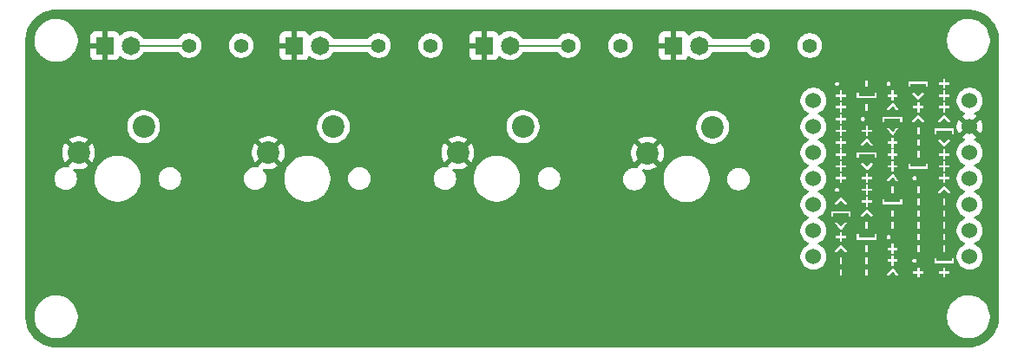
<source format=gbl>
%TF.GenerationSoftware,KiCad,Pcbnew,9.0.6*%
%TF.CreationDate,2025-11-15T14:14:04+00:00*%
%TF.ProjectId,keyfrick,6b657966-7269-4636-9b2e-6b696361645f,rev?*%
%TF.SameCoordinates,Original*%
%TF.FileFunction,Copper,L2,Bot*%
%TF.FilePolarity,Positive*%
%FSLAX46Y46*%
G04 Gerber Fmt 4.6, Leading zero omitted, Abs format (unit mm)*
G04 Created by KiCad (PCBNEW 9.0.6) date 2025-11-15 14:14:04*
%MOMM*%
%LPD*%
G01*
G04 APERTURE LIST*
%ADD10C,0.300000*%
%TA.AperFunction,ComponentPad*%
%ADD11C,2.200000*%
%TD*%
%TA.AperFunction,ComponentPad*%
%ADD12C,1.400000*%
%TD*%
%TA.AperFunction,ComponentPad*%
%ADD13C,1.815000*%
%TD*%
%TA.AperFunction,ComponentPad*%
%ADD14R,1.815000X1.815000*%
%TD*%
%TA.AperFunction,ComponentPad*%
%ADD15C,1.524000*%
%TD*%
%TA.AperFunction,Conductor*%
%ADD16C,0.200000*%
%TD*%
G04 APERTURE END LIST*
D10*
G36*
X186246433Y-69836707D02*
G01*
X173933866Y-69836707D01*
X173933866Y-69491804D01*
X174950498Y-69491804D01*
X175173248Y-69491804D01*
X177470498Y-69491804D01*
X177693248Y-69491804D01*
X177693248Y-69391329D01*
X179521552Y-69391329D01*
X179683119Y-69550148D01*
X180100316Y-69043008D01*
X180520628Y-69550148D01*
X180682194Y-69391329D01*
X180401766Y-69057296D01*
X182123618Y-69057296D01*
X182123618Y-69287831D01*
X182522222Y-69287831D01*
X182522222Y-69670040D01*
X182727386Y-69670040D01*
X182727386Y-69287831D01*
X183125990Y-69287831D01*
X183125990Y-69057296D01*
X184643618Y-69057296D01*
X184643618Y-69287831D01*
X185042222Y-69287831D01*
X185042222Y-69670040D01*
X185247386Y-69670040D01*
X185247386Y-69287831D01*
X185645990Y-69287831D01*
X185645990Y-69057296D01*
X185247386Y-69057296D01*
X185247386Y-68675087D01*
X185042222Y-68675087D01*
X185042222Y-69057296D01*
X184643618Y-69057296D01*
X183125990Y-69057296D01*
X182727386Y-69057296D01*
X182727386Y-68675087D01*
X182522222Y-68675087D01*
X182522222Y-69057296D01*
X182123618Y-69057296D01*
X180401766Y-69057296D01*
X180102423Y-68700732D01*
X179521552Y-69391329D01*
X177693248Y-69391329D01*
X177693248Y-68854422D01*
X177470498Y-68854422D01*
X177470498Y-69491804D01*
X175173248Y-69491804D01*
X175173248Y-68854422D01*
X174950498Y-68854422D01*
X174950498Y-69491804D01*
X173933866Y-69491804D01*
X173933866Y-68338490D01*
X174950498Y-68338490D01*
X175173248Y-68338490D01*
X177470498Y-68338490D01*
X177693248Y-68338490D01*
X177693248Y-67903982D01*
X179603618Y-67903982D01*
X179603618Y-68134516D01*
X180002222Y-68134516D01*
X180002222Y-68516726D01*
X180207386Y-68516726D01*
X180207386Y-68284176D01*
X184180533Y-68284176D01*
X186079766Y-68284176D01*
X186079766Y-67745163D01*
X185886325Y-67745163D01*
X185886325Y-68053641D01*
X184373974Y-68053641D01*
X184373974Y-67745163D01*
X184180533Y-67745163D01*
X184180533Y-68284176D01*
X180207386Y-68284176D01*
X180207386Y-68134516D01*
X180605990Y-68134516D01*
X180605990Y-68025981D01*
X182041552Y-68025981D01*
X182045599Y-68065852D01*
X182057581Y-68102826D01*
X182076433Y-68136528D01*
X182100812Y-68165382D01*
X182130352Y-68189047D01*
X182164834Y-68207331D01*
X182202455Y-68218835D01*
X182242778Y-68222718D01*
X182284040Y-68218823D01*
X182322187Y-68207331D01*
X182357116Y-68189010D01*
X182386667Y-68165382D01*
X182411119Y-68136521D01*
X182429990Y-68102826D01*
X182441972Y-68065852D01*
X182446018Y-68025981D01*
X182441943Y-67984151D01*
X182429990Y-67946113D01*
X182411079Y-67911488D01*
X182386667Y-67882091D01*
X182357070Y-67857955D01*
X182322187Y-67839501D01*
X182284040Y-67828010D01*
X182242778Y-67824114D01*
X182202455Y-67827997D01*
X182164834Y-67839501D01*
X182130398Y-67857917D01*
X182100812Y-67882091D01*
X182076472Y-67911481D01*
X182057581Y-67946113D01*
X182045628Y-67984151D01*
X182041552Y-68025981D01*
X180605990Y-68025981D01*
X180605990Y-67903982D01*
X180207386Y-67903982D01*
X180207386Y-67521772D01*
X180002222Y-67521772D01*
X180002222Y-67903982D01*
X179603618Y-67903982D01*
X177693248Y-67903982D01*
X177693248Y-67701107D01*
X177470498Y-67701107D01*
X177470498Y-68338490D01*
X175173248Y-68338490D01*
X175173248Y-67701107D01*
X174950498Y-67701107D01*
X174950498Y-68338490D01*
X173933866Y-68338490D01*
X173933866Y-67084699D01*
X174481552Y-67084699D01*
X174643119Y-67243518D01*
X175060316Y-66736379D01*
X175480628Y-67243518D01*
X175539980Y-67185175D01*
X177470498Y-67185175D01*
X177693248Y-67185175D01*
X177693248Y-66750667D01*
X179603618Y-66750667D01*
X179603618Y-66981202D01*
X180002222Y-66981202D01*
X180002222Y-67363411D01*
X180207386Y-67363411D01*
X180207386Y-67185175D01*
X182510498Y-67185175D01*
X182733248Y-67185175D01*
X185030498Y-67185175D01*
X185253248Y-67185175D01*
X185253248Y-66547793D01*
X185030498Y-66547793D01*
X185030498Y-67185175D01*
X182733248Y-67185175D01*
X182733248Y-66547793D01*
X182510498Y-66547793D01*
X182510498Y-67185175D01*
X180207386Y-67185175D01*
X180207386Y-66981202D01*
X180605990Y-66981202D01*
X180605990Y-66750667D01*
X180207386Y-66750667D01*
X180207386Y-66368457D01*
X180002222Y-66368457D01*
X180002222Y-66750667D01*
X179603618Y-66750667D01*
X177693248Y-66750667D01*
X177693248Y-66547793D01*
X177470498Y-66547793D01*
X177470498Y-67185175D01*
X175539980Y-67185175D01*
X175642194Y-67084699D01*
X175062423Y-66394103D01*
X174481552Y-67084699D01*
X173933866Y-67084699D01*
X173933866Y-65597352D01*
X174563618Y-65597352D01*
X174563618Y-65827887D01*
X174962222Y-65827887D01*
X174962222Y-66210096D01*
X175167386Y-66210096D01*
X175167386Y-66031860D01*
X182510498Y-66031860D01*
X182733248Y-66031860D01*
X185030498Y-66031860D01*
X185253248Y-66031860D01*
X185253248Y-65394478D01*
X185030498Y-65394478D01*
X185030498Y-66031860D01*
X182733248Y-66031860D01*
X182733248Y-65394478D01*
X182510498Y-65394478D01*
X182510498Y-66031860D01*
X175167386Y-66031860D01*
X175167386Y-65977547D01*
X176620533Y-65977547D01*
X178519766Y-65977547D01*
X178519766Y-65719351D01*
X179521552Y-65719351D01*
X179525599Y-65759222D01*
X179537581Y-65796196D01*
X179556433Y-65829898D01*
X179580812Y-65858753D01*
X179610352Y-65882417D01*
X179644834Y-65900702D01*
X179682455Y-65912206D01*
X179722778Y-65916089D01*
X179764040Y-65912193D01*
X179802187Y-65900702D01*
X179837116Y-65882380D01*
X179866667Y-65858753D01*
X179891119Y-65829892D01*
X179909990Y-65796196D01*
X179921972Y-65759222D01*
X179926018Y-65719351D01*
X179921943Y-65677522D01*
X179909990Y-65639484D01*
X179891079Y-65604858D01*
X179866667Y-65575462D01*
X179837070Y-65551325D01*
X179802187Y-65532872D01*
X179764040Y-65521381D01*
X179722778Y-65517485D01*
X179682455Y-65521368D01*
X179644834Y-65532872D01*
X179610398Y-65551288D01*
X179580812Y-65575462D01*
X179556472Y-65604852D01*
X179537581Y-65639484D01*
X179525628Y-65677522D01*
X179521552Y-65719351D01*
X178519766Y-65719351D01*
X178519766Y-65438533D01*
X178326325Y-65438533D01*
X178326325Y-65747012D01*
X176813974Y-65747012D01*
X176813974Y-65438533D01*
X176620533Y-65438533D01*
X176620533Y-65977547D01*
X175167386Y-65977547D01*
X175167386Y-65827887D01*
X175565990Y-65827887D01*
X175565990Y-65597352D01*
X175167386Y-65597352D01*
X175167386Y-65215143D01*
X174962222Y-65215143D01*
X174962222Y-65597352D01*
X174563618Y-65597352D01*
X173933866Y-65597352D01*
X173933866Y-64341547D01*
X174481552Y-64341547D01*
X175062423Y-65032235D01*
X175191432Y-64878545D01*
X177470498Y-64878545D01*
X177693248Y-64878545D01*
X179990498Y-64878545D01*
X180213248Y-64878545D01*
X182510498Y-64878545D01*
X182733248Y-64878545D01*
X185030498Y-64878545D01*
X185253248Y-64878545D01*
X185253248Y-64241163D01*
X185030498Y-64241163D01*
X185030498Y-64878545D01*
X182733248Y-64878545D01*
X182733248Y-64241163D01*
X182510498Y-64241163D01*
X182510498Y-64878545D01*
X180213248Y-64878545D01*
X180213248Y-64241163D01*
X179990498Y-64241163D01*
X179990498Y-64878545D01*
X177693248Y-64878545D01*
X177693248Y-64241163D01*
X177470498Y-64241163D01*
X177470498Y-64878545D01*
X175191432Y-64878545D01*
X175642194Y-64341547D01*
X175480628Y-64181721D01*
X175064438Y-64689959D01*
X174643119Y-64181721D01*
X174481552Y-64341547D01*
X173933866Y-64341547D01*
X173933866Y-63712866D01*
X174100533Y-63712866D01*
X174293974Y-63712866D01*
X174293974Y-63406494D01*
X175806325Y-63406494D01*
X175806325Y-63712866D01*
X175999766Y-63712866D01*
X175999766Y-63624755D01*
X177001552Y-63624755D01*
X177163119Y-63783574D01*
X177580316Y-63276434D01*
X178000628Y-63783574D01*
X178059980Y-63725231D01*
X179990498Y-63725231D01*
X180213248Y-63725231D01*
X182510498Y-63725231D01*
X182733248Y-63725231D01*
X185030498Y-63725231D01*
X185253248Y-63725231D01*
X185253248Y-63087848D01*
X185030498Y-63087848D01*
X185030498Y-63725231D01*
X182733248Y-63725231D01*
X182733248Y-63087848D01*
X182510498Y-63087848D01*
X182510498Y-63725231D01*
X180213248Y-63725231D01*
X180213248Y-63087848D01*
X179990498Y-63087848D01*
X179990498Y-63725231D01*
X178059980Y-63725231D01*
X178162194Y-63624755D01*
X177582423Y-62934159D01*
X177001552Y-63624755D01*
X175999766Y-63624755D01*
X175999766Y-63175959D01*
X174100533Y-63175959D01*
X174100533Y-63712866D01*
X173933866Y-63712866D01*
X173933866Y-62471441D01*
X174481552Y-62471441D01*
X174643119Y-62630259D01*
X175060316Y-62123120D01*
X175480628Y-62630259D01*
X175642194Y-62471441D01*
X175361766Y-62137408D01*
X177083618Y-62137408D01*
X177083618Y-62367943D01*
X177482222Y-62367943D01*
X177482222Y-62750152D01*
X177687386Y-62750152D01*
X177687386Y-62571916D01*
X182510498Y-62571916D01*
X182733248Y-62571916D01*
X185030498Y-62571916D01*
X185253248Y-62571916D01*
X185253248Y-61934534D01*
X185030498Y-61934534D01*
X185030498Y-62571916D01*
X182733248Y-62571916D01*
X182733248Y-61934534D01*
X182510498Y-61934534D01*
X182510498Y-62571916D01*
X177687386Y-62571916D01*
X177687386Y-62517602D01*
X179140533Y-62517602D01*
X181039766Y-62517602D01*
X181039766Y-61978589D01*
X180846325Y-61978589D01*
X180846325Y-62287068D01*
X179333974Y-62287068D01*
X179333974Y-61978589D01*
X179140533Y-61978589D01*
X179140533Y-62517602D01*
X177687386Y-62517602D01*
X177687386Y-62367943D01*
X178085990Y-62367943D01*
X178085990Y-62137408D01*
X177687386Y-62137408D01*
X177687386Y-61755198D01*
X177482222Y-61755198D01*
X177482222Y-62137408D01*
X177083618Y-62137408D01*
X175361766Y-62137408D01*
X175062423Y-61780844D01*
X174481552Y-62471441D01*
X173933866Y-62471441D01*
X173933866Y-61106092D01*
X174481552Y-61106092D01*
X174485599Y-61145963D01*
X174497581Y-61182937D01*
X174516433Y-61216639D01*
X174540812Y-61245494D01*
X174570352Y-61269158D01*
X174604834Y-61287443D01*
X174642455Y-61298947D01*
X174682778Y-61302830D01*
X174724040Y-61298934D01*
X174762187Y-61287443D01*
X174797116Y-61269121D01*
X174826667Y-61245494D01*
X174851119Y-61216633D01*
X174869990Y-61182937D01*
X174881972Y-61145963D01*
X174886018Y-61106092D01*
X174881943Y-61064263D01*
X174869990Y-61026225D01*
X174851079Y-60991599D01*
X174844846Y-60984093D01*
X177083618Y-60984093D01*
X177083618Y-61214628D01*
X177482222Y-61214628D01*
X177482222Y-61596837D01*
X177687386Y-61596837D01*
X177687386Y-61418601D01*
X179990498Y-61418601D01*
X180213248Y-61418601D01*
X182510498Y-61418601D01*
X182733248Y-61418601D01*
X182733248Y-61318126D01*
X184561552Y-61318126D01*
X184723119Y-61476945D01*
X185140316Y-60969805D01*
X185560628Y-61476945D01*
X185722194Y-61318126D01*
X185142423Y-60627529D01*
X184561552Y-61318126D01*
X182733248Y-61318126D01*
X182733248Y-60781219D01*
X182510498Y-60781219D01*
X182510498Y-61418601D01*
X180213248Y-61418601D01*
X180213248Y-60781219D01*
X179990498Y-60781219D01*
X179990498Y-61418601D01*
X177687386Y-61418601D01*
X177687386Y-61214628D01*
X178085990Y-61214628D01*
X178085990Y-60984093D01*
X177687386Y-60984093D01*
X177687386Y-60601884D01*
X177482222Y-60601884D01*
X177482222Y-60984093D01*
X177083618Y-60984093D01*
X174844846Y-60984093D01*
X174826667Y-60962203D01*
X174797070Y-60938066D01*
X174762187Y-60919613D01*
X174724040Y-60908122D01*
X174682778Y-60904226D01*
X174642455Y-60908109D01*
X174604834Y-60919613D01*
X174570398Y-60938029D01*
X174540812Y-60962203D01*
X174516472Y-60991593D01*
X174497581Y-61026225D01*
X174485628Y-61064263D01*
X174481552Y-61106092D01*
X173933866Y-61106092D01*
X173933866Y-59830778D01*
X174563618Y-59830778D01*
X174563618Y-60061313D01*
X174962222Y-60061313D01*
X174962222Y-60443523D01*
X175167386Y-60443523D01*
X175167386Y-60061313D01*
X175565990Y-60061313D01*
X175565990Y-59830778D01*
X177083618Y-59830778D01*
X177083618Y-60061313D01*
X177482222Y-60061313D01*
X177482222Y-60443523D01*
X177687386Y-60443523D01*
X177687386Y-60164811D01*
X179521552Y-60164811D01*
X179683119Y-60323630D01*
X180100316Y-59816490D01*
X180520628Y-60323630D01*
X180682194Y-60164811D01*
X180504188Y-59952778D01*
X182041552Y-59952778D01*
X182045599Y-59992649D01*
X182057581Y-60029623D01*
X182076433Y-60063324D01*
X182100812Y-60092179D01*
X182130352Y-60115844D01*
X182164834Y-60134128D01*
X182202455Y-60145632D01*
X182242778Y-60149515D01*
X182284040Y-60145619D01*
X182322187Y-60134128D01*
X182357116Y-60115807D01*
X182386667Y-60092179D01*
X182411119Y-60063318D01*
X182429990Y-60029623D01*
X182441972Y-59992649D01*
X182446018Y-59952778D01*
X182441943Y-59910948D01*
X182429990Y-59872910D01*
X182411079Y-59838285D01*
X182404845Y-59830778D01*
X184643618Y-59830778D01*
X184643618Y-60061313D01*
X185042222Y-60061313D01*
X185042222Y-60443523D01*
X185247386Y-60443523D01*
X185247386Y-60061313D01*
X185645990Y-60061313D01*
X185645990Y-59830778D01*
X185247386Y-59830778D01*
X185247386Y-59448569D01*
X185042222Y-59448569D01*
X185042222Y-59830778D01*
X184643618Y-59830778D01*
X182404845Y-59830778D01*
X182386667Y-59808888D01*
X182357070Y-59784752D01*
X182322187Y-59766298D01*
X182284040Y-59754807D01*
X182242778Y-59750911D01*
X182202455Y-59754794D01*
X182164834Y-59766298D01*
X182130398Y-59784714D01*
X182100812Y-59808888D01*
X182076472Y-59838278D01*
X182057581Y-59872910D01*
X182045628Y-59910948D01*
X182041552Y-59952778D01*
X180504188Y-59952778D01*
X180102423Y-59474214D01*
X179521552Y-60164811D01*
X177687386Y-60164811D01*
X177687386Y-60061313D01*
X178085990Y-60061313D01*
X178085990Y-59830778D01*
X177687386Y-59830778D01*
X177687386Y-59448569D01*
X177482222Y-59448569D01*
X177482222Y-59830778D01*
X177083618Y-59830778D01*
X175565990Y-59830778D01*
X175167386Y-59830778D01*
X175167386Y-59448569D01*
X174962222Y-59448569D01*
X174962222Y-59830778D01*
X174563618Y-59830778D01*
X173933866Y-59830778D01*
X173933866Y-58677464D01*
X174563618Y-58677464D01*
X174563618Y-58907998D01*
X174962222Y-58907998D01*
X174962222Y-59290208D01*
X175167386Y-59290208D01*
X175167386Y-58907998D01*
X175565990Y-58907998D01*
X175565990Y-58677464D01*
X175167386Y-58677464D01*
X175167386Y-58574973D01*
X177001552Y-58574973D01*
X177582423Y-59265662D01*
X178076162Y-58677464D01*
X179603618Y-58677464D01*
X179603618Y-58907998D01*
X180002222Y-58907998D01*
X180002222Y-59290208D01*
X180207386Y-59290208D01*
X180207386Y-59057658D01*
X181660533Y-59057658D01*
X183559766Y-59057658D01*
X183559766Y-58677464D01*
X184643618Y-58677464D01*
X184643618Y-58907998D01*
X185042222Y-58907998D01*
X185042222Y-59290208D01*
X185247386Y-59290208D01*
X185247386Y-58907998D01*
X185645990Y-58907998D01*
X185645990Y-58677464D01*
X185247386Y-58677464D01*
X185247386Y-58295254D01*
X185042222Y-58295254D01*
X185042222Y-58677464D01*
X184643618Y-58677464D01*
X183559766Y-58677464D01*
X183559766Y-58518645D01*
X183366325Y-58518645D01*
X183366325Y-58827124D01*
X181853974Y-58827124D01*
X181853974Y-58518645D01*
X181660533Y-58518645D01*
X181660533Y-59057658D01*
X180207386Y-59057658D01*
X180207386Y-58907998D01*
X180605990Y-58907998D01*
X180605990Y-58677464D01*
X180207386Y-58677464D01*
X180207386Y-58295254D01*
X180002222Y-58295254D01*
X180002222Y-58677464D01*
X179603618Y-58677464D01*
X178076162Y-58677464D01*
X178162194Y-58574973D01*
X178000628Y-58415147D01*
X177584438Y-58923386D01*
X177163119Y-58415147D01*
X177001552Y-58574973D01*
X175167386Y-58574973D01*
X175167386Y-58295254D01*
X174962222Y-58295254D01*
X174962222Y-58677464D01*
X174563618Y-58677464D01*
X173933866Y-58677464D01*
X173933866Y-57524149D01*
X174563618Y-57524149D01*
X174563618Y-57754684D01*
X174962222Y-57754684D01*
X174962222Y-58136893D01*
X175167386Y-58136893D01*
X175167386Y-57946292D01*
X176620533Y-57946292D01*
X176813974Y-57946292D01*
X176813974Y-57639920D01*
X178326325Y-57639920D01*
X178326325Y-57946292D01*
X178519766Y-57946292D01*
X178519766Y-57524149D01*
X179603618Y-57524149D01*
X179603618Y-57754684D01*
X180002222Y-57754684D01*
X180002222Y-58136893D01*
X180207386Y-58136893D01*
X180207386Y-57958657D01*
X182510498Y-57958657D01*
X182733248Y-57958657D01*
X182733248Y-57524149D01*
X184643618Y-57524149D01*
X184643618Y-57754684D01*
X185042222Y-57754684D01*
X185042222Y-58136893D01*
X185247386Y-58136893D01*
X185247386Y-57754684D01*
X185645990Y-57754684D01*
X185645990Y-57524149D01*
X185247386Y-57524149D01*
X185247386Y-57141939D01*
X185042222Y-57141939D01*
X185042222Y-57524149D01*
X184643618Y-57524149D01*
X182733248Y-57524149D01*
X182733248Y-57321275D01*
X182510498Y-57321275D01*
X182510498Y-57958657D01*
X180207386Y-57958657D01*
X180207386Y-57754684D01*
X180605990Y-57754684D01*
X180605990Y-57524149D01*
X180207386Y-57524149D01*
X180207386Y-57141939D01*
X180002222Y-57141939D01*
X180002222Y-57524149D01*
X179603618Y-57524149D01*
X178519766Y-57524149D01*
X178519766Y-57409385D01*
X176620533Y-57409385D01*
X176620533Y-57946292D01*
X175167386Y-57946292D01*
X175167386Y-57754684D01*
X175565990Y-57754684D01*
X175565990Y-57524149D01*
X175167386Y-57524149D01*
X175167386Y-57141939D01*
X174962222Y-57141939D01*
X174962222Y-57524149D01*
X174563618Y-57524149D01*
X173933866Y-57524149D01*
X173933866Y-56370834D01*
X174563618Y-56370834D01*
X174563618Y-56601369D01*
X174962222Y-56601369D01*
X174962222Y-56983579D01*
X175167386Y-56983579D01*
X175167386Y-56704867D01*
X177001552Y-56704867D01*
X177163119Y-56863686D01*
X177580316Y-56356546D01*
X178000628Y-56863686D01*
X178162194Y-56704867D01*
X177881766Y-56370834D01*
X179603618Y-56370834D01*
X179603618Y-56601369D01*
X180002222Y-56601369D01*
X180002222Y-56983579D01*
X180207386Y-56983579D01*
X180207386Y-56805342D01*
X182510498Y-56805342D01*
X182733248Y-56805342D01*
X182733248Y-56268344D01*
X184561552Y-56268344D01*
X185142423Y-56959032D01*
X185722194Y-56268344D01*
X185560628Y-56108517D01*
X185144438Y-56616756D01*
X184723119Y-56108517D01*
X184561552Y-56268344D01*
X182733248Y-56268344D01*
X182733248Y-56167960D01*
X182510498Y-56167960D01*
X182510498Y-56805342D01*
X180207386Y-56805342D01*
X180207386Y-56601369D01*
X180605990Y-56601369D01*
X180605990Y-56370834D01*
X180207386Y-56370834D01*
X180207386Y-55988625D01*
X180002222Y-55988625D01*
X180002222Y-56370834D01*
X179603618Y-56370834D01*
X177881766Y-56370834D01*
X177582423Y-56014270D01*
X177001552Y-56704867D01*
X175167386Y-56704867D01*
X175167386Y-56601369D01*
X175565990Y-56601369D01*
X175565990Y-56370834D01*
X175167386Y-56370834D01*
X175167386Y-55988625D01*
X174962222Y-55988625D01*
X174962222Y-56370834D01*
X174563618Y-56370834D01*
X173933866Y-56370834D01*
X173933866Y-55217520D01*
X174563618Y-55217520D01*
X174563618Y-55448054D01*
X174962222Y-55448054D01*
X174962222Y-55830264D01*
X175167386Y-55830264D01*
X175167386Y-55448054D01*
X175565990Y-55448054D01*
X175565990Y-55217520D01*
X177083618Y-55217520D01*
X177083618Y-55448054D01*
X177482222Y-55448054D01*
X177482222Y-55830264D01*
X177687386Y-55830264D01*
X177687386Y-55448054D01*
X178085990Y-55448054D01*
X178085990Y-55217520D01*
X177687386Y-55217520D01*
X177687386Y-55115029D01*
X179521552Y-55115029D01*
X180102423Y-55805717D01*
X180231431Y-55652028D01*
X182510498Y-55652028D01*
X182733248Y-55652028D01*
X182733248Y-55639663D01*
X184180533Y-55639663D01*
X184373974Y-55639663D01*
X184373974Y-55333291D01*
X185886325Y-55333291D01*
X185886325Y-55639663D01*
X186079766Y-55639663D01*
X186079766Y-55102756D01*
X184180533Y-55102756D01*
X184180533Y-55639663D01*
X182733248Y-55639663D01*
X182733248Y-55014645D01*
X182510498Y-55014645D01*
X182510498Y-55652028D01*
X180231431Y-55652028D01*
X180682194Y-55115029D01*
X180520628Y-54955203D01*
X180104438Y-55463442D01*
X179683119Y-54955203D01*
X179521552Y-55115029D01*
X177687386Y-55115029D01*
X177687386Y-54835310D01*
X177482222Y-54835310D01*
X177482222Y-55217520D01*
X177083618Y-55217520D01*
X175565990Y-55217520D01*
X175167386Y-55217520D01*
X175167386Y-54835310D01*
X174962222Y-54835310D01*
X174962222Y-55217520D01*
X174563618Y-55217520D01*
X173933866Y-55217520D01*
X173933866Y-54064205D01*
X174563618Y-54064205D01*
X174563618Y-54294740D01*
X174962222Y-54294740D01*
X174962222Y-54676949D01*
X175167386Y-54676949D01*
X175167386Y-54486348D01*
X179140533Y-54486348D01*
X179333974Y-54486348D01*
X179333974Y-54179976D01*
X180846325Y-54179976D01*
X180846325Y-54486348D01*
X181039766Y-54486348D01*
X181039766Y-54398237D01*
X182041552Y-54398237D01*
X182203119Y-54557056D01*
X182620316Y-54049917D01*
X183040628Y-54557056D01*
X183202194Y-54398237D01*
X184561552Y-54398237D01*
X184723119Y-54557056D01*
X185140316Y-54049917D01*
X185560628Y-54557056D01*
X185722194Y-54398237D01*
X185142423Y-53707641D01*
X184561552Y-54398237D01*
X183202194Y-54398237D01*
X182622423Y-53707641D01*
X182041552Y-54398237D01*
X181039766Y-54398237D01*
X181039766Y-53949441D01*
X179140533Y-53949441D01*
X179140533Y-54486348D01*
X175167386Y-54486348D01*
X175167386Y-54294740D01*
X175565990Y-54294740D01*
X175565990Y-54186204D01*
X177001552Y-54186204D01*
X177005599Y-54226075D01*
X177017581Y-54263049D01*
X177036433Y-54296751D01*
X177060812Y-54325606D01*
X177090352Y-54349270D01*
X177124834Y-54367554D01*
X177162455Y-54379059D01*
X177202778Y-54382942D01*
X177244040Y-54379046D01*
X177282187Y-54367554D01*
X177317116Y-54349233D01*
X177346667Y-54325606D01*
X177371119Y-54296744D01*
X177389990Y-54263049D01*
X177401972Y-54226075D01*
X177406018Y-54186204D01*
X177401943Y-54144375D01*
X177389990Y-54106337D01*
X177371079Y-54071711D01*
X177346667Y-54042315D01*
X177317070Y-54018178D01*
X177282187Y-53999725D01*
X177244040Y-53988233D01*
X177202778Y-53984337D01*
X177162455Y-53988221D01*
X177124834Y-53999725D01*
X177090398Y-54018141D01*
X177060812Y-54042315D01*
X177036472Y-54071704D01*
X177017581Y-54106337D01*
X177005628Y-54144375D01*
X177001552Y-54186204D01*
X175565990Y-54186204D01*
X175565990Y-54064205D01*
X175167386Y-54064205D01*
X175167386Y-53681995D01*
X174962222Y-53681995D01*
X174962222Y-54064205D01*
X174563618Y-54064205D01*
X173933866Y-54064205D01*
X173933866Y-52910890D01*
X174563618Y-52910890D01*
X174563618Y-53141425D01*
X174962222Y-53141425D01*
X174962222Y-53523634D01*
X175167386Y-53523634D01*
X175167386Y-53345398D01*
X177470498Y-53345398D01*
X177693248Y-53345398D01*
X177693248Y-53244923D01*
X179521552Y-53244923D01*
X179683119Y-53403742D01*
X180100316Y-52896602D01*
X180520628Y-53403742D01*
X180682194Y-53244923D01*
X180401766Y-52910890D01*
X182123618Y-52910890D01*
X182123618Y-53141425D01*
X182522222Y-53141425D01*
X182522222Y-53523634D01*
X182727386Y-53523634D01*
X182727386Y-53141425D01*
X183125990Y-53141425D01*
X183125990Y-52910890D01*
X184643618Y-52910890D01*
X184643618Y-53141425D01*
X185042222Y-53141425D01*
X185042222Y-53523634D01*
X185247386Y-53523634D01*
X185247386Y-53141425D01*
X185645990Y-53141425D01*
X185645990Y-52910890D01*
X185247386Y-52910890D01*
X185247386Y-52528681D01*
X185042222Y-52528681D01*
X185042222Y-52910890D01*
X184643618Y-52910890D01*
X183125990Y-52910890D01*
X182727386Y-52910890D01*
X182727386Y-52528681D01*
X182522222Y-52528681D01*
X182522222Y-52910890D01*
X182123618Y-52910890D01*
X180401766Y-52910890D01*
X180102423Y-52554326D01*
X179521552Y-53244923D01*
X177693248Y-53244923D01*
X177693248Y-52708016D01*
X177470498Y-52708016D01*
X177470498Y-53345398D01*
X175167386Y-53345398D01*
X175167386Y-53141425D01*
X175565990Y-53141425D01*
X175565990Y-52910890D01*
X175167386Y-52910890D01*
X175167386Y-52528681D01*
X174962222Y-52528681D01*
X174962222Y-52910890D01*
X174563618Y-52910890D01*
X173933866Y-52910890D01*
X173933866Y-51757575D01*
X174563618Y-51757575D01*
X174563618Y-51988110D01*
X174962222Y-51988110D01*
X174962222Y-52370320D01*
X175167386Y-52370320D01*
X175167386Y-52137770D01*
X176620533Y-52137770D01*
X178519766Y-52137770D01*
X178519766Y-51757575D01*
X179603618Y-51757575D01*
X179603618Y-51988110D01*
X180002222Y-51988110D01*
X180002222Y-52370320D01*
X180207386Y-52370320D01*
X180207386Y-51988110D01*
X180605990Y-51988110D01*
X180605990Y-51757575D01*
X180207386Y-51757575D01*
X180207386Y-51655085D01*
X182041552Y-51655085D01*
X182622423Y-52345773D01*
X183116163Y-51757575D01*
X184643618Y-51757575D01*
X184643618Y-51988110D01*
X185042222Y-51988110D01*
X185042222Y-52370320D01*
X185247386Y-52370320D01*
X185247386Y-51988110D01*
X185645990Y-51988110D01*
X185645990Y-51757575D01*
X185247386Y-51757575D01*
X185247386Y-51375366D01*
X185042222Y-51375366D01*
X185042222Y-51757575D01*
X184643618Y-51757575D01*
X183116163Y-51757575D01*
X183202194Y-51655085D01*
X183040628Y-51495259D01*
X182624438Y-52003497D01*
X182203119Y-51495259D01*
X182041552Y-51655085D01*
X180207386Y-51655085D01*
X180207386Y-51375366D01*
X180002222Y-51375366D01*
X180002222Y-51757575D01*
X179603618Y-51757575D01*
X178519766Y-51757575D01*
X178519766Y-51598756D01*
X178326325Y-51598756D01*
X178326325Y-51907235D01*
X176813974Y-51907235D01*
X176813974Y-51598756D01*
X176620533Y-51598756D01*
X176620533Y-52137770D01*
X175167386Y-52137770D01*
X175167386Y-51988110D01*
X175565990Y-51988110D01*
X175565990Y-51757575D01*
X175167386Y-51757575D01*
X175167386Y-51375366D01*
X174962222Y-51375366D01*
X174962222Y-51757575D01*
X174563618Y-51757575D01*
X173933866Y-51757575D01*
X173933866Y-51038769D01*
X177470498Y-51038769D01*
X177693248Y-51038769D01*
X177693248Y-51026404D01*
X181660533Y-51026404D01*
X181853974Y-51026404D01*
X181853974Y-50720032D01*
X183366325Y-50720032D01*
X183366325Y-51026404D01*
X183559766Y-51026404D01*
X183559766Y-50604261D01*
X184643618Y-50604261D01*
X184643618Y-50834795D01*
X185042222Y-50834795D01*
X185042222Y-51217005D01*
X185247386Y-51217005D01*
X185247386Y-50834795D01*
X185645990Y-50834795D01*
X185645990Y-50604261D01*
X185247386Y-50604261D01*
X185247386Y-50222051D01*
X185042222Y-50222051D01*
X185042222Y-50604261D01*
X184643618Y-50604261D01*
X183559766Y-50604261D01*
X183559766Y-50489497D01*
X181660533Y-50489497D01*
X181660533Y-51026404D01*
X177693248Y-51026404D01*
X177693248Y-50726260D01*
X179521552Y-50726260D01*
X179525599Y-50766131D01*
X179537581Y-50803105D01*
X179556433Y-50836807D01*
X179580812Y-50865662D01*
X179610352Y-50889326D01*
X179644834Y-50907610D01*
X179682455Y-50919114D01*
X179722778Y-50922998D01*
X179764040Y-50919102D01*
X179802187Y-50907610D01*
X179837116Y-50889289D01*
X179866667Y-50865662D01*
X179891119Y-50836800D01*
X179909990Y-50803105D01*
X179921972Y-50766131D01*
X179926018Y-50726260D01*
X179921943Y-50684431D01*
X179909990Y-50646393D01*
X179891079Y-50611767D01*
X179866667Y-50582370D01*
X179837070Y-50558234D01*
X179802187Y-50539781D01*
X179764040Y-50528289D01*
X179722778Y-50524393D01*
X179682455Y-50528276D01*
X179644834Y-50539781D01*
X179610398Y-50558197D01*
X179580812Y-50582370D01*
X179556472Y-50611760D01*
X179537581Y-50646393D01*
X179525628Y-50684431D01*
X179521552Y-50726260D01*
X177693248Y-50726260D01*
X177693248Y-50401386D01*
X177470498Y-50401386D01*
X177470498Y-51038769D01*
X173933866Y-51038769D01*
X173933866Y-50726260D01*
X174481552Y-50726260D01*
X174485599Y-50766131D01*
X174497581Y-50803105D01*
X174516433Y-50836807D01*
X174540812Y-50865662D01*
X174570352Y-50889326D01*
X174604834Y-50907610D01*
X174642455Y-50919114D01*
X174682778Y-50922998D01*
X174724040Y-50919102D01*
X174762187Y-50907610D01*
X174797116Y-50889289D01*
X174826667Y-50865662D01*
X174851119Y-50836800D01*
X174869990Y-50803105D01*
X174881972Y-50766131D01*
X174886018Y-50726260D01*
X174881943Y-50684431D01*
X174869990Y-50646393D01*
X174851079Y-50611767D01*
X174826667Y-50582370D01*
X174797070Y-50558234D01*
X174762187Y-50539781D01*
X174724040Y-50528289D01*
X174682778Y-50524393D01*
X174642455Y-50528276D01*
X174604834Y-50539781D01*
X174570398Y-50558197D01*
X174540812Y-50582370D01*
X174516472Y-50611760D01*
X174497581Y-50646393D01*
X174485628Y-50684431D01*
X174481552Y-50726260D01*
X173933866Y-50726260D01*
X173933866Y-50055384D01*
X186246433Y-50055384D01*
X186246433Y-69836707D01*
G37*
D11*
%TO.P,SW3,1,1*%
%TO.N,sw3*%
X144040000Y-54920000D03*
%TO.P,SW3,2,2*%
%TO.N,GND*%
X137690000Y-57460000D03*
%TD*%
D12*
%TO.P,R3,1*%
%TO.N,Net-(D3-PadA)*%
X148460000Y-47000000D03*
%TO.P,R3,2*%
%TO.N,d3*%
X153540000Y-47000000D03*
%TD*%
D13*
%TO.P,D3,A*%
%TO.N,Net-(D3-PadA)*%
X142770000Y-47000000D03*
D14*
%TO.P,D3,C*%
%TO.N,GND*%
X140230000Y-47000000D03*
%TD*%
D11*
%TO.P,SW2,1,1*%
%TO.N,sw2*%
X125540000Y-54920000D03*
%TO.P,SW2,2,2*%
%TO.N,GND*%
X119190000Y-57460000D03*
%TD*%
D12*
%TO.P,R2,1*%
%TO.N,Net-(D2-PadA)*%
X129960000Y-47000000D03*
%TO.P,R2,2*%
%TO.N,d2*%
X135040000Y-47000000D03*
%TD*%
D11*
%TO.P,SW1,1,1*%
%TO.N,sw1*%
X107040000Y-54920000D03*
%TO.P,SW1,2,2*%
%TO.N,GND*%
X100690000Y-57460000D03*
%TD*%
D12*
%TO.P,R1,1*%
%TO.N,Net-(D1-PadA)*%
X111460000Y-47000000D03*
%TO.P,R1,2*%
%TO.N,d1*%
X116540000Y-47000000D03*
%TD*%
D13*
%TO.P,D1,A*%
%TO.N,Net-(D1-PadA)*%
X105770000Y-47000000D03*
D14*
%TO.P,D1,C*%
%TO.N,GND*%
X103230000Y-47000000D03*
%TD*%
D13*
%TO.P,D2,A*%
%TO.N,Net-(D2-PadA)*%
X124270000Y-47000000D03*
D14*
%TO.P,D2,C*%
%TO.N,GND*%
X121730000Y-47000000D03*
%TD*%
D15*
%TO.P,U1,1,GPIO26/ADC0/A0*%
%TO.N,unconnected-(U1-GPIO26{slash}ADC0{slash}A0-Pad1)*%
X172380000Y-52380000D03*
%TO.P,U1,2,GPIO27/ADC1/A1*%
%TO.N,unconnected-(U1-GPIO27{slash}ADC1{slash}A1-Pad2)*%
X172380000Y-54920000D03*
%TO.P,U1,3,GPIO28/ADC2/A2*%
%TO.N,unconnected-(U1-GPIO28{slash}ADC2{slash}A2-Pad3)*%
X172380000Y-57460000D03*
%TO.P,U1,4,GPIO29/ADC3/A3*%
%TO.N,sw1*%
X172380000Y-60000000D03*
%TO.P,U1,5,GPIO6/SDA*%
%TO.N,sw2*%
X172380000Y-62540000D03*
%TO.P,U1,6,GPIO7/SCL*%
%TO.N,sw3*%
X172380000Y-65080000D03*
%TO.P,U1,7,GPIO0/TX*%
%TO.N,sw4*%
X172380000Y-67620000D03*
%TO.P,U1,8,GPIO1/RX*%
%TO.N,d4*%
X187620000Y-67620000D03*
%TO.P,U1,9,GPIO2/SCK*%
%TO.N,d3*%
X187620000Y-65080000D03*
%TO.P,U1,10,GPIO4/MISO*%
%TO.N,d2*%
X187620000Y-62540000D03*
%TO.P,U1,11,GPIO3/MOSI*%
%TO.N,d1*%
X187620000Y-60000000D03*
%TO.P,U1,12,3V3*%
%TO.N,unconnected-(U1-3V3-Pad12)*%
X187620000Y-57460000D03*
%TO.P,U1,13,GND*%
%TO.N,GND*%
X187620000Y-54920000D03*
%TO.P,U1,14,VBUS*%
%TO.N,unconnected-(U1-VBUS-Pad14)*%
X187620000Y-52380000D03*
%TD*%
D12*
%TO.P,R4,1*%
%TO.N,Net-(D4-PadA)*%
X166960000Y-47000000D03*
%TO.P,R4,2*%
%TO.N,d4*%
X172040000Y-47000000D03*
%TD*%
D13*
%TO.P,D4,A*%
%TO.N,Net-(D4-PadA)*%
X161270000Y-47000000D03*
D14*
%TO.P,D4,C*%
%TO.N,GND*%
X158730000Y-47000000D03*
%TD*%
D11*
%TO.P,SW4,1,1*%
%TO.N,sw4*%
X162540000Y-54960000D03*
%TO.P,SW4,2,2*%
%TO.N,GND*%
X156190000Y-57500000D03*
%TD*%
D16*
%TO.N,GND*%
X156150000Y-57460000D02*
X156190000Y-57500000D01*
%TO.N,Net-(D1-PadA)*%
X105770000Y-47000000D02*
X111460000Y-47000000D01*
%TO.N,Net-(D2-PadA)*%
X129960000Y-47000000D02*
X124270000Y-47000000D01*
%TO.N,Net-(D3-PadA)*%
X142770000Y-47000000D02*
X148460000Y-47000000D01*
%TO.N,Net-(D4-PadA)*%
X161270000Y-47000000D02*
X166960000Y-47000000D01*
%TD*%
%TA.AperFunction,Conductor*%
%TO.N,GND*%
G36*
X187503244Y-43500670D02*
G01*
X187807046Y-43516592D01*
X187819953Y-43517949D01*
X187951089Y-43538718D01*
X188117209Y-43565028D01*
X188129896Y-43567724D01*
X188420625Y-43645625D01*
X188432965Y-43649635D01*
X188713938Y-43757490D01*
X188725790Y-43762767D01*
X188993968Y-43899411D01*
X189005199Y-43905896D01*
X189257608Y-44069812D01*
X189268109Y-44077441D01*
X189502010Y-44266850D01*
X189511655Y-44275535D01*
X189724464Y-44488344D01*
X189733149Y-44497989D01*
X189922558Y-44731890D01*
X189930187Y-44742391D01*
X190094101Y-44994796D01*
X190100591Y-45006036D01*
X190237231Y-45274206D01*
X190242510Y-45286064D01*
X190350363Y-45567033D01*
X190354374Y-45579376D01*
X190432273Y-45870097D01*
X190434971Y-45882794D01*
X190482050Y-46180046D01*
X190483407Y-46192953D01*
X190499330Y-46496756D01*
X190499500Y-46503246D01*
X190499500Y-73496753D01*
X190499330Y-73503243D01*
X190483407Y-73807046D01*
X190482050Y-73819953D01*
X190434971Y-74117205D01*
X190432273Y-74129902D01*
X190354374Y-74420623D01*
X190350363Y-74432966D01*
X190242510Y-74713935D01*
X190237231Y-74725793D01*
X190100591Y-74993963D01*
X190094101Y-75005203D01*
X189930187Y-75257608D01*
X189922558Y-75268109D01*
X189733149Y-75502010D01*
X189724464Y-75511655D01*
X189511655Y-75724464D01*
X189502010Y-75733149D01*
X189268109Y-75922558D01*
X189257608Y-75930187D01*
X189005203Y-76094101D01*
X188993963Y-76100591D01*
X188725793Y-76237231D01*
X188713935Y-76242510D01*
X188432966Y-76350363D01*
X188420623Y-76354374D01*
X188129902Y-76432273D01*
X188117205Y-76434971D01*
X187819953Y-76482050D01*
X187807046Y-76483407D01*
X187503244Y-76499330D01*
X187496754Y-76499500D01*
X98503246Y-76499500D01*
X98496756Y-76499330D01*
X98192953Y-76483407D01*
X98180046Y-76482050D01*
X97882794Y-76434971D01*
X97870097Y-76432273D01*
X97579376Y-76354374D01*
X97567033Y-76350363D01*
X97286064Y-76242510D01*
X97274206Y-76237231D01*
X97006036Y-76100591D01*
X96994796Y-76094101D01*
X96742391Y-75930187D01*
X96731890Y-75922558D01*
X96497989Y-75733149D01*
X96488344Y-75724464D01*
X96275535Y-75511655D01*
X96266850Y-75502010D01*
X96077441Y-75268109D01*
X96069812Y-75257608D01*
X96065033Y-75250249D01*
X95905896Y-75005199D01*
X95899408Y-74993963D01*
X95845380Y-74887928D01*
X95762767Y-74725790D01*
X95757489Y-74713935D01*
X95649636Y-74432966D01*
X95645625Y-74420623D01*
X95622968Y-74336066D01*
X95567724Y-74129896D01*
X95565028Y-74117205D01*
X95517949Y-73819953D01*
X95516592Y-73807046D01*
X95500670Y-73503243D01*
X95500500Y-73496753D01*
X95500500Y-73362332D01*
X96399500Y-73362332D01*
X96399500Y-73637667D01*
X96399501Y-73637684D01*
X96435438Y-73910655D01*
X96435439Y-73910660D01*
X96435440Y-73910666D01*
X96435441Y-73910668D01*
X96506704Y-74176630D01*
X96612075Y-74431017D01*
X96612080Y-74431028D01*
X96691809Y-74569121D01*
X96749751Y-74669479D01*
X96749753Y-74669482D01*
X96749754Y-74669483D01*
X96917370Y-74887926D01*
X96917376Y-74887933D01*
X97112066Y-75082623D01*
X97112072Y-75082628D01*
X97330521Y-75250249D01*
X97483778Y-75338732D01*
X97568971Y-75387919D01*
X97568976Y-75387921D01*
X97568979Y-75387923D01*
X97823368Y-75493295D01*
X98089334Y-75564560D01*
X98362326Y-75600500D01*
X98362333Y-75600500D01*
X98637667Y-75600500D01*
X98637674Y-75600500D01*
X98910666Y-75564560D01*
X99176632Y-75493295D01*
X99431021Y-75387923D01*
X99669479Y-75250249D01*
X99887928Y-75082628D01*
X100082628Y-74887928D01*
X100250249Y-74669479D01*
X100387923Y-74431021D01*
X100493295Y-74176632D01*
X100564560Y-73910666D01*
X100600500Y-73637674D01*
X100600500Y-73362332D01*
X185399500Y-73362332D01*
X185399500Y-73637667D01*
X185399501Y-73637684D01*
X185435438Y-73910655D01*
X185435439Y-73910660D01*
X185435440Y-73910666D01*
X185435441Y-73910668D01*
X185506704Y-74176630D01*
X185612075Y-74431017D01*
X185612080Y-74431028D01*
X185691809Y-74569121D01*
X185749751Y-74669479D01*
X185749753Y-74669482D01*
X185749754Y-74669483D01*
X185917370Y-74887926D01*
X185917376Y-74887933D01*
X186112066Y-75082623D01*
X186112072Y-75082628D01*
X186330521Y-75250249D01*
X186483778Y-75338732D01*
X186568971Y-75387919D01*
X186568976Y-75387921D01*
X186568979Y-75387923D01*
X186823368Y-75493295D01*
X187089334Y-75564560D01*
X187362326Y-75600500D01*
X187362333Y-75600500D01*
X187637667Y-75600500D01*
X187637674Y-75600500D01*
X187910666Y-75564560D01*
X188176632Y-75493295D01*
X188431021Y-75387923D01*
X188669479Y-75250249D01*
X188887928Y-75082628D01*
X189082628Y-74887928D01*
X189250249Y-74669479D01*
X189387923Y-74431021D01*
X189493295Y-74176632D01*
X189564560Y-73910666D01*
X189600500Y-73637674D01*
X189600500Y-73362326D01*
X189564560Y-73089334D01*
X189493295Y-72823368D01*
X189387923Y-72568979D01*
X189387921Y-72568976D01*
X189387919Y-72568971D01*
X189338732Y-72483778D01*
X189250249Y-72330521D01*
X189082628Y-72112072D01*
X189082623Y-72112066D01*
X188887933Y-71917376D01*
X188887926Y-71917370D01*
X188669483Y-71749754D01*
X188669482Y-71749753D01*
X188669479Y-71749751D01*
X188574407Y-71694861D01*
X188431028Y-71612080D01*
X188431017Y-71612075D01*
X188176630Y-71506704D01*
X188043649Y-71471072D01*
X187910666Y-71435440D01*
X187910660Y-71435439D01*
X187910655Y-71435438D01*
X187637684Y-71399501D01*
X187637679Y-71399500D01*
X187637674Y-71399500D01*
X187362326Y-71399500D01*
X187362320Y-71399500D01*
X187362315Y-71399501D01*
X187089344Y-71435438D01*
X187089337Y-71435439D01*
X187089334Y-71435440D01*
X187033125Y-71450500D01*
X186823369Y-71506704D01*
X186568982Y-71612075D01*
X186568971Y-71612080D01*
X186330516Y-71749754D01*
X186112073Y-71917370D01*
X186112066Y-71917376D01*
X185917376Y-72112066D01*
X185917370Y-72112073D01*
X185749754Y-72330516D01*
X185612080Y-72568971D01*
X185612075Y-72568982D01*
X185506704Y-72823369D01*
X185435441Y-73089331D01*
X185435438Y-73089344D01*
X185399501Y-73362315D01*
X185399500Y-73362332D01*
X100600500Y-73362332D01*
X100600500Y-73362326D01*
X100564560Y-73089334D01*
X100493295Y-72823368D01*
X100387923Y-72568979D01*
X100387921Y-72568976D01*
X100387919Y-72568971D01*
X100338732Y-72483778D01*
X100250249Y-72330521D01*
X100082628Y-72112072D01*
X100082623Y-72112066D01*
X99887933Y-71917376D01*
X99887926Y-71917370D01*
X99669483Y-71749754D01*
X99669482Y-71749753D01*
X99669479Y-71749751D01*
X99574407Y-71694861D01*
X99431028Y-71612080D01*
X99431017Y-71612075D01*
X99176630Y-71506704D01*
X99043649Y-71471072D01*
X98910666Y-71435440D01*
X98910660Y-71435439D01*
X98910655Y-71435438D01*
X98637684Y-71399501D01*
X98637679Y-71399500D01*
X98637674Y-71399500D01*
X98362326Y-71399500D01*
X98362320Y-71399500D01*
X98362315Y-71399501D01*
X98089344Y-71435438D01*
X98089337Y-71435439D01*
X98089334Y-71435440D01*
X98033125Y-71450500D01*
X97823369Y-71506704D01*
X97568982Y-71612075D01*
X97568971Y-71612080D01*
X97330516Y-71749754D01*
X97112073Y-71917370D01*
X97112066Y-71917376D01*
X96917376Y-72112066D01*
X96917370Y-72112073D01*
X96749754Y-72330516D01*
X96612080Y-72568971D01*
X96612075Y-72568982D01*
X96506704Y-72823369D01*
X96435441Y-73089331D01*
X96435438Y-73089344D01*
X96399501Y-73362315D01*
X96399500Y-73362332D01*
X95500500Y-73362332D01*
X95500500Y-69675040D01*
X174095533Y-69675040D01*
X186084766Y-69675040D01*
X186084766Y-52280639D01*
X186357500Y-52280639D01*
X186357500Y-52479360D01*
X186388587Y-52675637D01*
X186449993Y-52864629D01*
X186449994Y-52864632D01*
X186540213Y-53041694D01*
X186657019Y-53202464D01*
X186797536Y-53342981D01*
X186958306Y-53459787D01*
X187115332Y-53539796D01*
X187166127Y-53587769D01*
X187182922Y-53655590D01*
X187160385Y-53721725D01*
X187115332Y-53760764D01*
X186958566Y-53840641D01*
X186921283Y-53867729D01*
X186921282Y-53867730D01*
X187535906Y-54482352D01*
X187448429Y-54505792D01*
X187347070Y-54564311D01*
X187264311Y-54647070D01*
X187205792Y-54748429D01*
X187182352Y-54835905D01*
X186567730Y-54221282D01*
X186567729Y-54221283D01*
X186540643Y-54258564D01*
X186450457Y-54435562D01*
X186389075Y-54624476D01*
X186389075Y-54624479D01*
X186358000Y-54820678D01*
X186358000Y-55019321D01*
X186389075Y-55215520D01*
X186389075Y-55215523D01*
X186450457Y-55404437D01*
X186540641Y-55581432D01*
X186567730Y-55618715D01*
X186567731Y-55618716D01*
X187182352Y-55004094D01*
X187205792Y-55091571D01*
X187264311Y-55192930D01*
X187347070Y-55275689D01*
X187448429Y-55334208D01*
X187535905Y-55357647D01*
X186921283Y-55972268D01*
X186921283Y-55972269D01*
X186958567Y-55999358D01*
X187115331Y-56079234D01*
X187166127Y-56127209D01*
X187182922Y-56195030D01*
X187160384Y-56261165D01*
X187115331Y-56300204D01*
X186958305Y-56380213D01*
X186797533Y-56497021D01*
X186657021Y-56637533D01*
X186540213Y-56798305D01*
X186449994Y-56975367D01*
X186449993Y-56975370D01*
X186388587Y-57164362D01*
X186357500Y-57360639D01*
X186357500Y-57559360D01*
X186388587Y-57755637D01*
X186449993Y-57944629D01*
X186449994Y-57944632D01*
X186536386Y-58114184D01*
X186540213Y-58121694D01*
X186657019Y-58282464D01*
X186797536Y-58422981D01*
X186958306Y-58539787D01*
X187076832Y-58600179D01*
X187114780Y-58619515D01*
X187165576Y-58667490D01*
X187182371Y-58735311D01*
X187159833Y-58801446D01*
X187114780Y-58840485D01*
X186958305Y-58920213D01*
X186797533Y-59037021D01*
X186657021Y-59177533D01*
X186540213Y-59338305D01*
X186449994Y-59515367D01*
X186449993Y-59515370D01*
X186388587Y-59704362D01*
X186382578Y-59742302D01*
X186357500Y-59900639D01*
X186357500Y-60099361D01*
X186365127Y-60147513D01*
X186388587Y-60295637D01*
X186449993Y-60484629D01*
X186449994Y-60484632D01*
X186496951Y-60576788D01*
X186540213Y-60661694D01*
X186657019Y-60822464D01*
X186797536Y-60962981D01*
X186958306Y-61079787D01*
X187024279Y-61113402D01*
X187114780Y-61159515D01*
X187165576Y-61207490D01*
X187182371Y-61275311D01*
X187159833Y-61341446D01*
X187114780Y-61380485D01*
X186958305Y-61460213D01*
X186797533Y-61577021D01*
X186657021Y-61717533D01*
X186540213Y-61878305D01*
X186449994Y-62055367D01*
X186449993Y-62055370D01*
X186388587Y-62244362D01*
X186357500Y-62440639D01*
X186357500Y-62639360D01*
X186388587Y-62835637D01*
X186449993Y-63024629D01*
X186449994Y-63024632D01*
X186540213Y-63201694D01*
X186657019Y-63362464D01*
X186797536Y-63502981D01*
X186958306Y-63619787D01*
X187076832Y-63680179D01*
X187114780Y-63699515D01*
X187165576Y-63747490D01*
X187182371Y-63815311D01*
X187159833Y-63881446D01*
X187114780Y-63920485D01*
X186958305Y-64000213D01*
X186797533Y-64117021D01*
X186657021Y-64257533D01*
X186540213Y-64418305D01*
X186449994Y-64595367D01*
X186449993Y-64595370D01*
X186388587Y-64784362D01*
X186357500Y-64980639D01*
X186357500Y-65179360D01*
X186388587Y-65375637D01*
X186449993Y-65564629D01*
X186449994Y-65564632D01*
X186540213Y-65741694D01*
X186657019Y-65902464D01*
X186797536Y-66042981D01*
X186958306Y-66159787D01*
X187076832Y-66220179D01*
X187114780Y-66239515D01*
X187165576Y-66287490D01*
X187182371Y-66355311D01*
X187159833Y-66421446D01*
X187114780Y-66460485D01*
X186958305Y-66540213D01*
X186797533Y-66657021D01*
X186657021Y-66797533D01*
X186540213Y-66958305D01*
X186449994Y-67135367D01*
X186449993Y-67135370D01*
X186388587Y-67324362D01*
X186357500Y-67520639D01*
X186357500Y-67719360D01*
X186388587Y-67915637D01*
X186449993Y-68104629D01*
X186449994Y-68104632D01*
X186540213Y-68281694D01*
X186657019Y-68442464D01*
X186797536Y-68582981D01*
X186958306Y-68699787D01*
X187045149Y-68744035D01*
X187135367Y-68790005D01*
X187135370Y-68790006D01*
X187229866Y-68820709D01*
X187324364Y-68851413D01*
X187520639Y-68882500D01*
X187520640Y-68882500D01*
X187719360Y-68882500D01*
X187719361Y-68882500D01*
X187915636Y-68851413D01*
X188104632Y-68790005D01*
X188281694Y-68699787D01*
X188442464Y-68582981D01*
X188582981Y-68442464D01*
X188699787Y-68281694D01*
X188790005Y-68104632D01*
X188851413Y-67915636D01*
X188882500Y-67719361D01*
X188882500Y-67520639D01*
X188851413Y-67324364D01*
X188790005Y-67135368D01*
X188790005Y-67135367D01*
X188699786Y-66958305D01*
X188582981Y-66797536D01*
X188442464Y-66657019D01*
X188281694Y-66540213D01*
X188125218Y-66460484D01*
X188074423Y-66412510D01*
X188057628Y-66344689D01*
X188080165Y-66278554D01*
X188125218Y-66239515D01*
X188281694Y-66159787D01*
X188442464Y-66042981D01*
X188582981Y-65902464D01*
X188699787Y-65741694D01*
X188790005Y-65564632D01*
X188851413Y-65375636D01*
X188882500Y-65179361D01*
X188882500Y-64980639D01*
X188851413Y-64784364D01*
X188790005Y-64595368D01*
X188790005Y-64595367D01*
X188699786Y-64418305D01*
X188582981Y-64257536D01*
X188442464Y-64117019D01*
X188281694Y-64000213D01*
X188125218Y-63920484D01*
X188074423Y-63872510D01*
X188057628Y-63804689D01*
X188080165Y-63738554D01*
X188125218Y-63699515D01*
X188281694Y-63619787D01*
X188442464Y-63502981D01*
X188582981Y-63362464D01*
X188699787Y-63201694D01*
X188790005Y-63024632D01*
X188851413Y-62835636D01*
X188882500Y-62639361D01*
X188882500Y-62440639D01*
X188851413Y-62244364D01*
X188792402Y-62062745D01*
X188790006Y-62055370D01*
X188790005Y-62055367D01*
X188699786Y-61878305D01*
X188596139Y-61735647D01*
X188582981Y-61717536D01*
X188442464Y-61577019D01*
X188281694Y-61460213D01*
X188125218Y-61380484D01*
X188074423Y-61332510D01*
X188057628Y-61264689D01*
X188080165Y-61198554D01*
X188125218Y-61159515D01*
X188281694Y-61079787D01*
X188442464Y-60962981D01*
X188582981Y-60822464D01*
X188699787Y-60661694D01*
X188790005Y-60484632D01*
X188851413Y-60295636D01*
X188882500Y-60099361D01*
X188882500Y-59900639D01*
X188851413Y-59704364D01*
X188790005Y-59515368D01*
X188790005Y-59515367D01*
X188699786Y-59338305D01*
X188688717Y-59323070D01*
X188582981Y-59177536D01*
X188442464Y-59037019D01*
X188281694Y-58920213D01*
X188125218Y-58840484D01*
X188074423Y-58792510D01*
X188057628Y-58724689D01*
X188080165Y-58658554D01*
X188125218Y-58619515D01*
X188281694Y-58539787D01*
X188442464Y-58422981D01*
X188582981Y-58282464D01*
X188699787Y-58121694D01*
X188790005Y-57944632D01*
X188851413Y-57755636D01*
X188882500Y-57559361D01*
X188882500Y-57360639D01*
X188851413Y-57164364D01*
X188805125Y-57021903D01*
X188790006Y-56975370D01*
X188790005Y-56975367D01*
X188723994Y-56845815D01*
X188699787Y-56798306D01*
X188582981Y-56637536D01*
X188442464Y-56497019D01*
X188281694Y-56380213D01*
X188124667Y-56300203D01*
X188073872Y-56252229D01*
X188057077Y-56184408D01*
X188079614Y-56118273D01*
X188124669Y-56079234D01*
X188281422Y-55999364D01*
X188318716Y-55972268D01*
X187704095Y-55357647D01*
X187791571Y-55334208D01*
X187892930Y-55275689D01*
X187975689Y-55192930D01*
X188034208Y-55091571D01*
X188057647Y-55004094D01*
X188672268Y-55618715D01*
X188699362Y-55581425D01*
X188789542Y-55404437D01*
X188850924Y-55215523D01*
X188850924Y-55215520D01*
X188882000Y-55019321D01*
X188882000Y-54820678D01*
X188850924Y-54624479D01*
X188850924Y-54624476D01*
X188789542Y-54435562D01*
X188699358Y-54258567D01*
X188672268Y-54221283D01*
X188057647Y-54835904D01*
X188034208Y-54748429D01*
X187975689Y-54647070D01*
X187892930Y-54564311D01*
X187791571Y-54505792D01*
X187704094Y-54482352D01*
X188318716Y-53867731D01*
X188318715Y-53867730D01*
X188281432Y-53840641D01*
X188124668Y-53760765D01*
X188073872Y-53712790D01*
X188057077Y-53644969D01*
X188079615Y-53578834D01*
X188124667Y-53539796D01*
X188281694Y-53459787D01*
X188442464Y-53342981D01*
X188582981Y-53202464D01*
X188699787Y-53041694D01*
X188790005Y-52864632D01*
X188851413Y-52675636D01*
X188882500Y-52479361D01*
X188882500Y-52280639D01*
X188851413Y-52084364D01*
X188790005Y-51895368D01*
X188790005Y-51895367D01*
X188699786Y-51718305D01*
X188582981Y-51557536D01*
X188442464Y-51417019D01*
X188281694Y-51300213D01*
X188104632Y-51209994D01*
X188104629Y-51209993D01*
X187915637Y-51148587D01*
X187817498Y-51133043D01*
X187719361Y-51117500D01*
X187520639Y-51117500D01*
X187455214Y-51127862D01*
X187324362Y-51148587D01*
X187135370Y-51209993D01*
X187135367Y-51209994D01*
X186958305Y-51300213D01*
X186797533Y-51417021D01*
X186657021Y-51557533D01*
X186540213Y-51718305D01*
X186449994Y-51895367D01*
X186449993Y-51895370D01*
X186388587Y-52084362D01*
X186357500Y-52280639D01*
X186084766Y-52280639D01*
X186084766Y-50217051D01*
X174095533Y-50217051D01*
X174095533Y-69675040D01*
X95500500Y-69675040D01*
X95500500Y-59913389D01*
X98319500Y-59913389D01*
X98319500Y-60086611D01*
X98346598Y-60257701D01*
X98400127Y-60422445D01*
X98478768Y-60576788D01*
X98580586Y-60716928D01*
X98703072Y-60839414D01*
X98843212Y-60941232D01*
X98997555Y-61019873D01*
X99162299Y-61073402D01*
X99333389Y-61100500D01*
X99333390Y-61100500D01*
X99506610Y-61100500D01*
X99506611Y-61100500D01*
X99677701Y-61073402D01*
X99842445Y-61019873D01*
X99996788Y-60941232D01*
X100136928Y-60839414D01*
X100259414Y-60716928D01*
X100361232Y-60576788D01*
X100439873Y-60422445D01*
X100493402Y-60257701D01*
X100520500Y-60086611D01*
X100520500Y-59913389D01*
X100510854Y-59852486D01*
X102249500Y-59852486D01*
X102249500Y-60147513D01*
X102281571Y-60391113D01*
X102288007Y-60439993D01*
X102362212Y-60716930D01*
X102364361Y-60724951D01*
X102364364Y-60724961D01*
X102477254Y-60997500D01*
X102477258Y-60997510D01*
X102624761Y-61252993D01*
X102804352Y-61487040D01*
X102804358Y-61487047D01*
X103012952Y-61695641D01*
X103012959Y-61695647D01*
X103247006Y-61875238D01*
X103502489Y-62022741D01*
X103502490Y-62022741D01*
X103502493Y-62022743D01*
X103775048Y-62135639D01*
X104060007Y-62211993D01*
X104352494Y-62250500D01*
X104352501Y-62250500D01*
X104647499Y-62250500D01*
X104647506Y-62250500D01*
X104939993Y-62211993D01*
X105224952Y-62135639D01*
X105497507Y-62022743D01*
X105752994Y-61875238D01*
X105987042Y-61695646D01*
X106195646Y-61487042D01*
X106375238Y-61252994D01*
X106522743Y-60997507D01*
X106635639Y-60724952D01*
X106711993Y-60439993D01*
X106750500Y-60147506D01*
X106750500Y-59913389D01*
X108479500Y-59913389D01*
X108479500Y-60086611D01*
X108506598Y-60257701D01*
X108560127Y-60422445D01*
X108638768Y-60576788D01*
X108740586Y-60716928D01*
X108863072Y-60839414D01*
X109003212Y-60941232D01*
X109157555Y-61019873D01*
X109322299Y-61073402D01*
X109493389Y-61100500D01*
X109493390Y-61100500D01*
X109666610Y-61100500D01*
X109666611Y-61100500D01*
X109837701Y-61073402D01*
X110002445Y-61019873D01*
X110156788Y-60941232D01*
X110296928Y-60839414D01*
X110419414Y-60716928D01*
X110521232Y-60576788D01*
X110599873Y-60422445D01*
X110653402Y-60257701D01*
X110680500Y-60086611D01*
X110680500Y-59913389D01*
X116819500Y-59913389D01*
X116819500Y-60086611D01*
X116846598Y-60257701D01*
X116900127Y-60422445D01*
X116978768Y-60576788D01*
X117080586Y-60716928D01*
X117203072Y-60839414D01*
X117343212Y-60941232D01*
X117497555Y-61019873D01*
X117662299Y-61073402D01*
X117833389Y-61100500D01*
X117833390Y-61100500D01*
X118006610Y-61100500D01*
X118006611Y-61100500D01*
X118177701Y-61073402D01*
X118342445Y-61019873D01*
X118496788Y-60941232D01*
X118636928Y-60839414D01*
X118759414Y-60716928D01*
X118861232Y-60576788D01*
X118939873Y-60422445D01*
X118993402Y-60257701D01*
X119020500Y-60086611D01*
X119020500Y-59913389D01*
X119010854Y-59852486D01*
X120749500Y-59852486D01*
X120749500Y-60147513D01*
X120781571Y-60391113D01*
X120788007Y-60439993D01*
X120862212Y-60716930D01*
X120864361Y-60724951D01*
X120864364Y-60724961D01*
X120977254Y-60997500D01*
X120977258Y-60997510D01*
X121124761Y-61252993D01*
X121304352Y-61487040D01*
X121304358Y-61487047D01*
X121512952Y-61695641D01*
X121512959Y-61695647D01*
X121747006Y-61875238D01*
X122002489Y-62022741D01*
X122002490Y-62022741D01*
X122002493Y-62022743D01*
X122275048Y-62135639D01*
X122560007Y-62211993D01*
X122852494Y-62250500D01*
X122852501Y-62250500D01*
X123147499Y-62250500D01*
X123147506Y-62250500D01*
X123439993Y-62211993D01*
X123724952Y-62135639D01*
X123997507Y-62022743D01*
X124252994Y-61875238D01*
X124487042Y-61695646D01*
X124695646Y-61487042D01*
X124875238Y-61252994D01*
X125022743Y-60997507D01*
X125135639Y-60724952D01*
X125211993Y-60439993D01*
X125250500Y-60147506D01*
X125250500Y-59913389D01*
X126979500Y-59913389D01*
X126979500Y-60086611D01*
X127006598Y-60257701D01*
X127060127Y-60422445D01*
X127138768Y-60576788D01*
X127240586Y-60716928D01*
X127363072Y-60839414D01*
X127503212Y-60941232D01*
X127657555Y-61019873D01*
X127822299Y-61073402D01*
X127993389Y-61100500D01*
X127993390Y-61100500D01*
X128166610Y-61100500D01*
X128166611Y-61100500D01*
X128337701Y-61073402D01*
X128502445Y-61019873D01*
X128656788Y-60941232D01*
X128796928Y-60839414D01*
X128919414Y-60716928D01*
X129021232Y-60576788D01*
X129099873Y-60422445D01*
X129153402Y-60257701D01*
X129180500Y-60086611D01*
X129180500Y-59913389D01*
X135319500Y-59913389D01*
X135319500Y-60086611D01*
X135346598Y-60257701D01*
X135400127Y-60422445D01*
X135478768Y-60576788D01*
X135580586Y-60716928D01*
X135703072Y-60839414D01*
X135843212Y-60941232D01*
X135997555Y-61019873D01*
X136162299Y-61073402D01*
X136333389Y-61100500D01*
X136333390Y-61100500D01*
X136506610Y-61100500D01*
X136506611Y-61100500D01*
X136677701Y-61073402D01*
X136842445Y-61019873D01*
X136996788Y-60941232D01*
X137136928Y-60839414D01*
X137259414Y-60716928D01*
X137361232Y-60576788D01*
X137439873Y-60422445D01*
X137493402Y-60257701D01*
X137520500Y-60086611D01*
X137520500Y-59913389D01*
X137510854Y-59852486D01*
X139249500Y-59852486D01*
X139249500Y-60147513D01*
X139281571Y-60391113D01*
X139288007Y-60439993D01*
X139362212Y-60716930D01*
X139364361Y-60724951D01*
X139364364Y-60724961D01*
X139477254Y-60997500D01*
X139477258Y-60997510D01*
X139624761Y-61252993D01*
X139804352Y-61487040D01*
X139804358Y-61487047D01*
X140012952Y-61695641D01*
X140012959Y-61695647D01*
X140247006Y-61875238D01*
X140502489Y-62022741D01*
X140502490Y-62022741D01*
X140502493Y-62022743D01*
X140775048Y-62135639D01*
X141060007Y-62211993D01*
X141352494Y-62250500D01*
X141352501Y-62250500D01*
X141647499Y-62250500D01*
X141647506Y-62250500D01*
X141939993Y-62211993D01*
X142224952Y-62135639D01*
X142497507Y-62022743D01*
X142752994Y-61875238D01*
X142987042Y-61695646D01*
X143195646Y-61487042D01*
X143375238Y-61252994D01*
X143522743Y-60997507D01*
X143635639Y-60724952D01*
X143711993Y-60439993D01*
X143750500Y-60147506D01*
X143750500Y-59913389D01*
X145479500Y-59913389D01*
X145479500Y-60086611D01*
X145506598Y-60257701D01*
X145560127Y-60422445D01*
X145638768Y-60576788D01*
X145740586Y-60716928D01*
X145863072Y-60839414D01*
X146003212Y-60941232D01*
X146157555Y-61019873D01*
X146322299Y-61073402D01*
X146493389Y-61100500D01*
X146493390Y-61100500D01*
X146666610Y-61100500D01*
X146666611Y-61100500D01*
X146837701Y-61073402D01*
X147002445Y-61019873D01*
X147156788Y-60941232D01*
X147296928Y-60839414D01*
X147419414Y-60716928D01*
X147521232Y-60576788D01*
X147599873Y-60422445D01*
X147653402Y-60257701D01*
X147680500Y-60086611D01*
X147680500Y-59953389D01*
X153819500Y-59953389D01*
X153819500Y-60126611D01*
X153822811Y-60147513D01*
X153840262Y-60257701D01*
X153846598Y-60297701D01*
X153900127Y-60462445D01*
X153978768Y-60616788D01*
X154080586Y-60756928D01*
X154203072Y-60879414D01*
X154343212Y-60981232D01*
X154497555Y-61059873D01*
X154662299Y-61113402D01*
X154833389Y-61140500D01*
X154833390Y-61140500D01*
X155006610Y-61140500D01*
X155006611Y-61140500D01*
X155177701Y-61113402D01*
X155342445Y-61059873D01*
X155496788Y-60981232D01*
X155636928Y-60879414D01*
X155759414Y-60756928D01*
X155861232Y-60616788D01*
X155939873Y-60462445D01*
X155993402Y-60297701D01*
X156020500Y-60126611D01*
X156020500Y-59953389D01*
X156010854Y-59892486D01*
X157749500Y-59892486D01*
X157749500Y-60187513D01*
X157780431Y-60422445D01*
X157788007Y-60479993D01*
X157862212Y-60756930D01*
X157864361Y-60764951D01*
X157864364Y-60764961D01*
X157977254Y-61037500D01*
X157977258Y-61037510D01*
X158124761Y-61292993D01*
X158304352Y-61527040D01*
X158304358Y-61527047D01*
X158512952Y-61735641D01*
X158512959Y-61735647D01*
X158747006Y-61915238D01*
X159002489Y-62062741D01*
X159002490Y-62062741D01*
X159002493Y-62062743D01*
X159275048Y-62175639D01*
X159560007Y-62251993D01*
X159852494Y-62290500D01*
X159852501Y-62290500D01*
X160147499Y-62290500D01*
X160147506Y-62290500D01*
X160439993Y-62251993D01*
X160724952Y-62175639D01*
X160997507Y-62062743D01*
X161252994Y-61915238D01*
X161487042Y-61735646D01*
X161695646Y-61527042D01*
X161875238Y-61292994D01*
X162022743Y-61037507D01*
X162135639Y-60764952D01*
X162211993Y-60479993D01*
X162250500Y-60187506D01*
X162250500Y-59953389D01*
X163979500Y-59953389D01*
X163979500Y-60126611D01*
X163982811Y-60147513D01*
X164000262Y-60257701D01*
X164006598Y-60297701D01*
X164060127Y-60462445D01*
X164138768Y-60616788D01*
X164240586Y-60756928D01*
X164363072Y-60879414D01*
X164503212Y-60981232D01*
X164657555Y-61059873D01*
X164822299Y-61113402D01*
X164993389Y-61140500D01*
X164993390Y-61140500D01*
X165166610Y-61140500D01*
X165166611Y-61140500D01*
X165337701Y-61113402D01*
X165502445Y-61059873D01*
X165656788Y-60981232D01*
X165796928Y-60879414D01*
X165919414Y-60756928D01*
X166021232Y-60616788D01*
X166099873Y-60462445D01*
X166153402Y-60297701D01*
X166180500Y-60126611D01*
X166180500Y-59953389D01*
X166153402Y-59782299D01*
X166099873Y-59617555D01*
X166021232Y-59463212D01*
X165919414Y-59323072D01*
X165796928Y-59200586D01*
X165656788Y-59098768D01*
X165502445Y-59020127D01*
X165337701Y-58966598D01*
X165337699Y-58966597D01*
X165337698Y-58966597D01*
X165187320Y-58942780D01*
X165166611Y-58939500D01*
X164993389Y-58939500D01*
X164972680Y-58942780D01*
X164822302Y-58966597D01*
X164657552Y-59020128D01*
X164503211Y-59098768D01*
X164447115Y-59139525D01*
X164363072Y-59200586D01*
X164363070Y-59200588D01*
X164363069Y-59200588D01*
X164240588Y-59323069D01*
X164240588Y-59323070D01*
X164240586Y-59323072D01*
X164229519Y-59338305D01*
X164138768Y-59463211D01*
X164060128Y-59617552D01*
X164006597Y-59782302D01*
X163979500Y-59953389D01*
X162250500Y-59953389D01*
X162250500Y-59892494D01*
X162211993Y-59600007D01*
X162135639Y-59315048D01*
X162119070Y-59275048D01*
X162088227Y-59200586D01*
X162022743Y-59042493D01*
X162010104Y-59020602D01*
X161875238Y-58787006D01*
X161695647Y-58552959D01*
X161695641Y-58552952D01*
X161487047Y-58344358D01*
X161487040Y-58344352D01*
X161252993Y-58164761D01*
X160997510Y-58017258D01*
X160997500Y-58017254D01*
X160724961Y-57904364D01*
X160724954Y-57904362D01*
X160724952Y-57904361D01*
X160439993Y-57828007D01*
X160391113Y-57821571D01*
X160147513Y-57789500D01*
X160147506Y-57789500D01*
X159852494Y-57789500D01*
X159852486Y-57789500D01*
X159574085Y-57826153D01*
X159560007Y-57828007D01*
X159424331Y-57864361D01*
X159275048Y-57904361D01*
X159275038Y-57904364D01*
X159002499Y-58017254D01*
X159002489Y-58017258D01*
X158747006Y-58164761D01*
X158512959Y-58344352D01*
X158512952Y-58344358D01*
X158304358Y-58552952D01*
X158304352Y-58552959D01*
X158124761Y-58787006D01*
X157977258Y-59042489D01*
X157977254Y-59042499D01*
X157864364Y-59315038D01*
X157864361Y-59315048D01*
X157788008Y-59600004D01*
X157788006Y-59600015D01*
X157749500Y-59892486D01*
X156010854Y-59892486D01*
X155993402Y-59782299D01*
X155939873Y-59617555D01*
X155861232Y-59463212D01*
X155759414Y-59323072D01*
X155706882Y-59270540D01*
X155673397Y-59209217D01*
X155678381Y-59139525D01*
X155720253Y-59083592D01*
X155785717Y-59059175D01*
X155813961Y-59060386D01*
X156064072Y-59100000D01*
X156315928Y-59100000D01*
X156564669Y-59060602D01*
X156804184Y-58982780D01*
X157028575Y-58868446D01*
X157028581Y-58868442D01*
X157130697Y-58794250D01*
X157130698Y-58794250D01*
X156514025Y-58177578D01*
X156545258Y-58164641D01*
X156668097Y-58082563D01*
X156772563Y-57978097D01*
X156854641Y-57855258D01*
X156867578Y-57824025D01*
X157484250Y-58440698D01*
X157484250Y-58440697D01*
X157558442Y-58338581D01*
X157558446Y-58338575D01*
X157672780Y-58114184D01*
X157750602Y-57874669D01*
X157790000Y-57625928D01*
X157790000Y-57374071D01*
X157750602Y-57125330D01*
X157672780Y-56885815D01*
X157558442Y-56661416D01*
X157484250Y-56559301D01*
X157484250Y-56559300D01*
X156867577Y-57175973D01*
X156854641Y-57144742D01*
X156772563Y-57021903D01*
X156668097Y-56917437D01*
X156545258Y-56835359D01*
X156514024Y-56822421D01*
X157130698Y-56205748D01*
X157028583Y-56131557D01*
X156804184Y-56017219D01*
X156564669Y-55939397D01*
X156315928Y-55900000D01*
X156064072Y-55900000D01*
X155815330Y-55939397D01*
X155575815Y-56017219D01*
X155351413Y-56131559D01*
X155249301Y-56205747D01*
X155249300Y-56205748D01*
X155865974Y-56822421D01*
X155834742Y-56835359D01*
X155711903Y-56917437D01*
X155607437Y-57021903D01*
X155525359Y-57144742D01*
X155512421Y-57175974D01*
X154895748Y-56559300D01*
X154895747Y-56559301D01*
X154821559Y-56661413D01*
X154707219Y-56885815D01*
X154629397Y-57125330D01*
X154590000Y-57374071D01*
X154590000Y-57625928D01*
X154629397Y-57874669D01*
X154707219Y-58114184D01*
X154821557Y-58338583D01*
X154895748Y-58440697D01*
X154895748Y-58440698D01*
X155512421Y-57824024D01*
X155525359Y-57855258D01*
X155607437Y-57978097D01*
X155711903Y-58082563D01*
X155834742Y-58164641D01*
X155865974Y-58177577D01*
X155249300Y-58794250D01*
X155251598Y-58823449D01*
X155237233Y-58891827D01*
X155188181Y-58941583D01*
X155120016Y-58956921D01*
X155108583Y-58955650D01*
X155006611Y-58939500D01*
X154833389Y-58939500D01*
X154812680Y-58942780D01*
X154662302Y-58966597D01*
X154497552Y-59020128D01*
X154343211Y-59098768D01*
X154287115Y-59139525D01*
X154203072Y-59200586D01*
X154203070Y-59200588D01*
X154203069Y-59200588D01*
X154080588Y-59323069D01*
X154080588Y-59323070D01*
X154080586Y-59323072D01*
X154069519Y-59338305D01*
X153978768Y-59463211D01*
X153900128Y-59617552D01*
X153846597Y-59782302D01*
X153819500Y-59953389D01*
X147680500Y-59953389D01*
X147680500Y-59913389D01*
X147653402Y-59742299D01*
X147599873Y-59577555D01*
X147521232Y-59423212D01*
X147419414Y-59283072D01*
X147296928Y-59160586D01*
X147156788Y-59058768D01*
X147002445Y-58980127D01*
X146837701Y-58926598D01*
X146837699Y-58926597D01*
X146837698Y-58926597D01*
X146706271Y-58905781D01*
X146666611Y-58899500D01*
X146493389Y-58899500D01*
X146453728Y-58905781D01*
X146322302Y-58926597D01*
X146157552Y-58980128D01*
X146003211Y-59058768D01*
X145948157Y-59098768D01*
X145863072Y-59160586D01*
X145863070Y-59160588D01*
X145863069Y-59160588D01*
X145740588Y-59283069D01*
X145740588Y-59283070D01*
X145740586Y-59283072D01*
X145711526Y-59323070D01*
X145638768Y-59423211D01*
X145560128Y-59577552D01*
X145506597Y-59742302D01*
X145482811Y-59892486D01*
X145479500Y-59913389D01*
X143750500Y-59913389D01*
X143750500Y-59852494D01*
X143711993Y-59560007D01*
X143635639Y-59275048D01*
X143522743Y-59002493D01*
X143495698Y-58955650D01*
X143375238Y-58747006D01*
X143195647Y-58512959D01*
X143195641Y-58512952D01*
X142987047Y-58304358D01*
X142987040Y-58304352D01*
X142752993Y-58124761D01*
X142497510Y-57977258D01*
X142497500Y-57977254D01*
X142224961Y-57864364D01*
X142224954Y-57864362D01*
X142224952Y-57864361D01*
X141939993Y-57788007D01*
X141891113Y-57781571D01*
X141647513Y-57749500D01*
X141647506Y-57749500D01*
X141352494Y-57749500D01*
X141352486Y-57749500D01*
X141074085Y-57786153D01*
X141060007Y-57788007D01*
X140885861Y-57834669D01*
X140775048Y-57864361D01*
X140775038Y-57864364D01*
X140502499Y-57977254D01*
X140502489Y-57977258D01*
X140247006Y-58124761D01*
X140012959Y-58304352D01*
X140012952Y-58304358D01*
X139804358Y-58512952D01*
X139804352Y-58512959D01*
X139624761Y-58747006D01*
X139477258Y-59002489D01*
X139477254Y-59002499D01*
X139364364Y-59275038D01*
X139364361Y-59275048D01*
X139299968Y-59515370D01*
X139288008Y-59560004D01*
X139288006Y-59560015D01*
X139249500Y-59852486D01*
X137510854Y-59852486D01*
X137493402Y-59742299D01*
X137439873Y-59577555D01*
X137361232Y-59423212D01*
X137259414Y-59283072D01*
X137206882Y-59230540D01*
X137173397Y-59169217D01*
X137178381Y-59099525D01*
X137220253Y-59043592D01*
X137285717Y-59019175D01*
X137313961Y-59020386D01*
X137564072Y-59060000D01*
X137815928Y-59060000D01*
X138064669Y-59020602D01*
X138304184Y-58942780D01*
X138528575Y-58828446D01*
X138528581Y-58828442D01*
X138630697Y-58754250D01*
X138630698Y-58754250D01*
X138014025Y-58137578D01*
X138045258Y-58124641D01*
X138168097Y-58042563D01*
X138272563Y-57938097D01*
X138354641Y-57815258D01*
X138367578Y-57784025D01*
X138984250Y-58400698D01*
X138984250Y-58400697D01*
X139058442Y-58298581D01*
X139058446Y-58298575D01*
X139172780Y-58074184D01*
X139250602Y-57834669D01*
X139290000Y-57585928D01*
X139290000Y-57334071D01*
X139250602Y-57085330D01*
X139172780Y-56845815D01*
X139058442Y-56621416D01*
X138984250Y-56519301D01*
X138984250Y-56519300D01*
X138367577Y-57135973D01*
X138354641Y-57104742D01*
X138272563Y-56981903D01*
X138168097Y-56877437D01*
X138045258Y-56795359D01*
X138014024Y-56782421D01*
X138630698Y-56165748D01*
X138528583Y-56091557D01*
X138304184Y-55977219D01*
X138064669Y-55899397D01*
X137815928Y-55860000D01*
X137564072Y-55860000D01*
X137315330Y-55899397D01*
X137075815Y-55977219D01*
X136851413Y-56091559D01*
X136749301Y-56165747D01*
X136749300Y-56165748D01*
X137365974Y-56782421D01*
X137334742Y-56795359D01*
X137211903Y-56877437D01*
X137107437Y-56981903D01*
X137025359Y-57104742D01*
X137012421Y-57135974D01*
X136395748Y-56519300D01*
X136395747Y-56519301D01*
X136321559Y-56621413D01*
X136207219Y-56845815D01*
X136129397Y-57085330D01*
X136090000Y-57334071D01*
X136090000Y-57585928D01*
X136129397Y-57834669D01*
X136207219Y-58074184D01*
X136321557Y-58298583D01*
X136395748Y-58400697D01*
X136395748Y-58400698D01*
X137012421Y-57784024D01*
X137025359Y-57815258D01*
X137107437Y-57938097D01*
X137211903Y-58042563D01*
X137334742Y-58124641D01*
X137365974Y-58137577D01*
X136749300Y-58754250D01*
X136751598Y-58783449D01*
X136737233Y-58851827D01*
X136688181Y-58901583D01*
X136620016Y-58916921D01*
X136608583Y-58915650D01*
X136506611Y-58899500D01*
X136333389Y-58899500D01*
X136293728Y-58905781D01*
X136162302Y-58926597D01*
X135997552Y-58980128D01*
X135843211Y-59058768D01*
X135788157Y-59098768D01*
X135703072Y-59160586D01*
X135703070Y-59160588D01*
X135703069Y-59160588D01*
X135580588Y-59283069D01*
X135580588Y-59283070D01*
X135580586Y-59283072D01*
X135551526Y-59323070D01*
X135478768Y-59423211D01*
X135400128Y-59577552D01*
X135346597Y-59742302D01*
X135322811Y-59892486D01*
X135319500Y-59913389D01*
X129180500Y-59913389D01*
X129153402Y-59742299D01*
X129099873Y-59577555D01*
X129021232Y-59423212D01*
X128919414Y-59283072D01*
X128796928Y-59160586D01*
X128656788Y-59058768D01*
X128502445Y-58980127D01*
X128337701Y-58926598D01*
X128337699Y-58926597D01*
X128337698Y-58926597D01*
X128206271Y-58905781D01*
X128166611Y-58899500D01*
X127993389Y-58899500D01*
X127953728Y-58905781D01*
X127822302Y-58926597D01*
X127657552Y-58980128D01*
X127503211Y-59058768D01*
X127448157Y-59098768D01*
X127363072Y-59160586D01*
X127363070Y-59160588D01*
X127363069Y-59160588D01*
X127240588Y-59283069D01*
X127240588Y-59283070D01*
X127240586Y-59283072D01*
X127211526Y-59323070D01*
X127138768Y-59423211D01*
X127060128Y-59577552D01*
X127006597Y-59742302D01*
X126982811Y-59892486D01*
X126979500Y-59913389D01*
X125250500Y-59913389D01*
X125250500Y-59852494D01*
X125211993Y-59560007D01*
X125135639Y-59275048D01*
X125022743Y-59002493D01*
X124995698Y-58955650D01*
X124875238Y-58747006D01*
X124695647Y-58512959D01*
X124695641Y-58512952D01*
X124487047Y-58304358D01*
X124487040Y-58304352D01*
X124252993Y-58124761D01*
X123997510Y-57977258D01*
X123997500Y-57977254D01*
X123724961Y-57864364D01*
X123724954Y-57864362D01*
X123724952Y-57864361D01*
X123439993Y-57788007D01*
X123391113Y-57781571D01*
X123147513Y-57749500D01*
X123147506Y-57749500D01*
X122852494Y-57749500D01*
X122852486Y-57749500D01*
X122574085Y-57786153D01*
X122560007Y-57788007D01*
X122385861Y-57834669D01*
X122275048Y-57864361D01*
X122275038Y-57864364D01*
X122002499Y-57977254D01*
X122002489Y-57977258D01*
X121747006Y-58124761D01*
X121512959Y-58304352D01*
X121512952Y-58304358D01*
X121304358Y-58512952D01*
X121304352Y-58512959D01*
X121124761Y-58747006D01*
X120977258Y-59002489D01*
X120977254Y-59002499D01*
X120864364Y-59275038D01*
X120864361Y-59275048D01*
X120799968Y-59515370D01*
X120788008Y-59560004D01*
X120788006Y-59560015D01*
X120749500Y-59852486D01*
X119010854Y-59852486D01*
X118993402Y-59742299D01*
X118939873Y-59577555D01*
X118861232Y-59423212D01*
X118759414Y-59283072D01*
X118706882Y-59230540D01*
X118673397Y-59169217D01*
X118678381Y-59099525D01*
X118720253Y-59043592D01*
X118785717Y-59019175D01*
X118813961Y-59020386D01*
X119064072Y-59060000D01*
X119315928Y-59060000D01*
X119564669Y-59020602D01*
X119804184Y-58942780D01*
X120028575Y-58828446D01*
X120028581Y-58828442D01*
X120130697Y-58754250D01*
X120130698Y-58754250D01*
X119514025Y-58137578D01*
X119545258Y-58124641D01*
X119668097Y-58042563D01*
X119772563Y-57938097D01*
X119854641Y-57815258D01*
X119867577Y-57784025D01*
X120484250Y-58400698D01*
X120484250Y-58400697D01*
X120558442Y-58298581D01*
X120558446Y-58298575D01*
X120672780Y-58074184D01*
X120750602Y-57834669D01*
X120790000Y-57585928D01*
X120790000Y-57334071D01*
X120750602Y-57085330D01*
X120672780Y-56845815D01*
X120558442Y-56621416D01*
X120484250Y-56519301D01*
X120484250Y-56519300D01*
X119867577Y-57135973D01*
X119854641Y-57104742D01*
X119772563Y-56981903D01*
X119668097Y-56877437D01*
X119545258Y-56795359D01*
X119514024Y-56782421D01*
X120130698Y-56165748D01*
X120028583Y-56091557D01*
X119804184Y-55977219D01*
X119564669Y-55899397D01*
X119315928Y-55860000D01*
X119064072Y-55860000D01*
X118815330Y-55899397D01*
X118575815Y-55977219D01*
X118351413Y-56091559D01*
X118249301Y-56165747D01*
X118249300Y-56165748D01*
X118865974Y-56782421D01*
X118834742Y-56795359D01*
X118711903Y-56877437D01*
X118607437Y-56981903D01*
X118525359Y-57104742D01*
X118512421Y-57135974D01*
X117895748Y-56519300D01*
X117895747Y-56519301D01*
X117821559Y-56621413D01*
X117707219Y-56845815D01*
X117629397Y-57085330D01*
X117590000Y-57334071D01*
X117590000Y-57585928D01*
X117629397Y-57834669D01*
X117707219Y-58074184D01*
X117821557Y-58298583D01*
X117895748Y-58400697D01*
X117895748Y-58400698D01*
X118512421Y-57784024D01*
X118525359Y-57815258D01*
X118607437Y-57938097D01*
X118711903Y-58042563D01*
X118834742Y-58124641D01*
X118865974Y-58137577D01*
X118249300Y-58754250D01*
X118251598Y-58783449D01*
X118237233Y-58851827D01*
X118188181Y-58901583D01*
X118120016Y-58916921D01*
X118108583Y-58915650D01*
X118006611Y-58899500D01*
X117833389Y-58899500D01*
X117793728Y-58905781D01*
X117662302Y-58926597D01*
X117497552Y-58980128D01*
X117343211Y-59058768D01*
X117288157Y-59098768D01*
X117203072Y-59160586D01*
X117203070Y-59160588D01*
X117203069Y-59160588D01*
X117080588Y-59283069D01*
X117080588Y-59283070D01*
X117080586Y-59283072D01*
X117051526Y-59323070D01*
X116978768Y-59423211D01*
X116900128Y-59577552D01*
X116846597Y-59742302D01*
X116822811Y-59892486D01*
X116819500Y-59913389D01*
X110680500Y-59913389D01*
X110653402Y-59742299D01*
X110599873Y-59577555D01*
X110521232Y-59423212D01*
X110419414Y-59283072D01*
X110296928Y-59160586D01*
X110156788Y-59058768D01*
X110002445Y-58980127D01*
X109837701Y-58926598D01*
X109837699Y-58926597D01*
X109837698Y-58926597D01*
X109706271Y-58905781D01*
X109666611Y-58899500D01*
X109493389Y-58899500D01*
X109453728Y-58905781D01*
X109322302Y-58926597D01*
X109157552Y-58980128D01*
X109003211Y-59058768D01*
X108948157Y-59098768D01*
X108863072Y-59160586D01*
X108863070Y-59160588D01*
X108863069Y-59160588D01*
X108740588Y-59283069D01*
X108740588Y-59283070D01*
X108740586Y-59283072D01*
X108711526Y-59323070D01*
X108638768Y-59423211D01*
X108560128Y-59577552D01*
X108506597Y-59742302D01*
X108482811Y-59892486D01*
X108479500Y-59913389D01*
X106750500Y-59913389D01*
X106750500Y-59852494D01*
X106711993Y-59560007D01*
X106635639Y-59275048D01*
X106522743Y-59002493D01*
X106495698Y-58955650D01*
X106375238Y-58747006D01*
X106195647Y-58512959D01*
X106195641Y-58512952D01*
X105987047Y-58304358D01*
X105987040Y-58304352D01*
X105752993Y-58124761D01*
X105497510Y-57977258D01*
X105497500Y-57977254D01*
X105224961Y-57864364D01*
X105224954Y-57864362D01*
X105224952Y-57864361D01*
X104939993Y-57788007D01*
X104891113Y-57781571D01*
X104647513Y-57749500D01*
X104647506Y-57749500D01*
X104352494Y-57749500D01*
X104352486Y-57749500D01*
X104074085Y-57786153D01*
X104060007Y-57788007D01*
X103885861Y-57834669D01*
X103775048Y-57864361D01*
X103775038Y-57864364D01*
X103502499Y-57977254D01*
X103502489Y-57977258D01*
X103247006Y-58124761D01*
X103012959Y-58304352D01*
X103012952Y-58304358D01*
X102804358Y-58512952D01*
X102804352Y-58512959D01*
X102624761Y-58747006D01*
X102477258Y-59002489D01*
X102477254Y-59002499D01*
X102364364Y-59275038D01*
X102364361Y-59275048D01*
X102299968Y-59515370D01*
X102288008Y-59560004D01*
X102288006Y-59560015D01*
X102249500Y-59852486D01*
X100510854Y-59852486D01*
X100493402Y-59742299D01*
X100439873Y-59577555D01*
X100361232Y-59423212D01*
X100259414Y-59283072D01*
X100206882Y-59230540D01*
X100173397Y-59169217D01*
X100178381Y-59099525D01*
X100220253Y-59043592D01*
X100285717Y-59019175D01*
X100313961Y-59020386D01*
X100564072Y-59060000D01*
X100815928Y-59060000D01*
X101064669Y-59020602D01*
X101304184Y-58942780D01*
X101528575Y-58828446D01*
X101528581Y-58828442D01*
X101630697Y-58754250D01*
X101630698Y-58754250D01*
X101014025Y-58137578D01*
X101045258Y-58124641D01*
X101168097Y-58042563D01*
X101272563Y-57938097D01*
X101354641Y-57815258D01*
X101367577Y-57784025D01*
X101984250Y-58400698D01*
X101984250Y-58400697D01*
X102058442Y-58298581D01*
X102058446Y-58298575D01*
X102172780Y-58074184D01*
X102250602Y-57834669D01*
X102290000Y-57585928D01*
X102290000Y-57334071D01*
X102250602Y-57085330D01*
X102172780Y-56845815D01*
X102058442Y-56621416D01*
X101984250Y-56519301D01*
X101984250Y-56519300D01*
X101367577Y-57135973D01*
X101354641Y-57104742D01*
X101272563Y-56981903D01*
X101168097Y-56877437D01*
X101045258Y-56795359D01*
X101014024Y-56782421D01*
X101630698Y-56165748D01*
X101528583Y-56091557D01*
X101304184Y-55977219D01*
X101064669Y-55899397D01*
X100815928Y-55860000D01*
X100564072Y-55860000D01*
X100315330Y-55899397D01*
X100075815Y-55977219D01*
X99851413Y-56091559D01*
X99749301Y-56165747D01*
X99749300Y-56165748D01*
X100365974Y-56782421D01*
X100334742Y-56795359D01*
X100211903Y-56877437D01*
X100107437Y-56981903D01*
X100025359Y-57104742D01*
X100012421Y-57135974D01*
X99395748Y-56519300D01*
X99395747Y-56519301D01*
X99321559Y-56621413D01*
X99207219Y-56845815D01*
X99129397Y-57085330D01*
X99090000Y-57334071D01*
X99090000Y-57585928D01*
X99129397Y-57834669D01*
X99207219Y-58074184D01*
X99321557Y-58298583D01*
X99395748Y-58400697D01*
X99395748Y-58400698D01*
X100012421Y-57784024D01*
X100025359Y-57815258D01*
X100107437Y-57938097D01*
X100211903Y-58042563D01*
X100334742Y-58124641D01*
X100365974Y-58137577D01*
X99749300Y-58754250D01*
X99751598Y-58783449D01*
X99737233Y-58851827D01*
X99688181Y-58901583D01*
X99620016Y-58916921D01*
X99608583Y-58915650D01*
X99506611Y-58899500D01*
X99333389Y-58899500D01*
X99293728Y-58905781D01*
X99162302Y-58926597D01*
X98997552Y-58980128D01*
X98843211Y-59058768D01*
X98788157Y-59098768D01*
X98703072Y-59160586D01*
X98703070Y-59160588D01*
X98703069Y-59160588D01*
X98580588Y-59283069D01*
X98580588Y-59283070D01*
X98580586Y-59283072D01*
X98551526Y-59323070D01*
X98478768Y-59423211D01*
X98400128Y-59577552D01*
X98346597Y-59742302D01*
X98322811Y-59892486D01*
X98319500Y-59913389D01*
X95500500Y-59913389D01*
X95500500Y-54794038D01*
X105439500Y-54794038D01*
X105439500Y-55045962D01*
X105446724Y-55091571D01*
X105478910Y-55294785D01*
X105556760Y-55534383D01*
X105635413Y-55688747D01*
X105662784Y-55742466D01*
X105671132Y-55758848D01*
X105819201Y-55962649D01*
X105819205Y-55962654D01*
X105997345Y-56140794D01*
X105997350Y-56140798D01*
X106086747Y-56205748D01*
X106201155Y-56288870D01*
X106279654Y-56328867D01*
X106425616Y-56403239D01*
X106425618Y-56403239D01*
X106425621Y-56403241D01*
X106665215Y-56481090D01*
X106914038Y-56520500D01*
X106914039Y-56520500D01*
X107165961Y-56520500D01*
X107165962Y-56520500D01*
X107414785Y-56481090D01*
X107654379Y-56403241D01*
X107878845Y-56288870D01*
X108082656Y-56140793D01*
X108260793Y-55962656D01*
X108408870Y-55758845D01*
X108523241Y-55534379D01*
X108601090Y-55294785D01*
X108640500Y-55045962D01*
X108640500Y-54794038D01*
X123939500Y-54794038D01*
X123939500Y-55045962D01*
X123946724Y-55091571D01*
X123978910Y-55294785D01*
X124056760Y-55534383D01*
X124135413Y-55688747D01*
X124162784Y-55742466D01*
X124171132Y-55758848D01*
X124319201Y-55962649D01*
X124319205Y-55962654D01*
X124497345Y-56140794D01*
X124497350Y-56140798D01*
X124586747Y-56205748D01*
X124701155Y-56288870D01*
X124779654Y-56328867D01*
X124925616Y-56403239D01*
X124925618Y-56403239D01*
X124925621Y-56403241D01*
X125165215Y-56481090D01*
X125414038Y-56520500D01*
X125414039Y-56520500D01*
X125665961Y-56520500D01*
X125665962Y-56520500D01*
X125914785Y-56481090D01*
X126154379Y-56403241D01*
X126378845Y-56288870D01*
X126582656Y-56140793D01*
X126760793Y-55962656D01*
X126908870Y-55758845D01*
X127023241Y-55534379D01*
X127101090Y-55294785D01*
X127140500Y-55045962D01*
X127140500Y-54794038D01*
X142439500Y-54794038D01*
X142439500Y-55045962D01*
X142446724Y-55091571D01*
X142478910Y-55294785D01*
X142556760Y-55534383D01*
X142635413Y-55688747D01*
X142662784Y-55742466D01*
X142671132Y-55758848D01*
X142819201Y-55962649D01*
X142819205Y-55962654D01*
X142997345Y-56140794D01*
X142997350Y-56140798D01*
X143086747Y-56205748D01*
X143201155Y-56288870D01*
X143279654Y-56328867D01*
X143425616Y-56403239D01*
X143425618Y-56403239D01*
X143425621Y-56403241D01*
X143665215Y-56481090D01*
X143914038Y-56520500D01*
X143914039Y-56520500D01*
X144165961Y-56520500D01*
X144165962Y-56520500D01*
X144414785Y-56481090D01*
X144654379Y-56403241D01*
X144878845Y-56288870D01*
X144961818Y-56228587D01*
X145066283Y-56152690D01*
X145066283Y-56152689D01*
X145082647Y-56140800D01*
X145082650Y-56140796D01*
X145082656Y-56140793D01*
X145260793Y-55962656D01*
X145408870Y-55758845D01*
X145523241Y-55534379D01*
X145601090Y-55294785D01*
X145640500Y-55045962D01*
X145640500Y-54834038D01*
X160939500Y-54834038D01*
X160939500Y-55085962D01*
X160956442Y-55192930D01*
X160978910Y-55334785D01*
X161056760Y-55574383D01*
X161135413Y-55728747D01*
X161142403Y-55742466D01*
X161171132Y-55798848D01*
X161319201Y-56002649D01*
X161319202Y-56002651D01*
X161497345Y-56180794D01*
X161497350Y-56180798D01*
X161662086Y-56300485D01*
X161701155Y-56328870D01*
X161844184Y-56401747D01*
X161925616Y-56443239D01*
X161925618Y-56443239D01*
X161925621Y-56443241D01*
X162165215Y-56521090D01*
X162414038Y-56560500D01*
X162414039Y-56560500D01*
X162665961Y-56560500D01*
X162665962Y-56560500D01*
X162914785Y-56521090D01*
X163154379Y-56443241D01*
X163378845Y-56328870D01*
X163582656Y-56180793D01*
X163760793Y-56002656D01*
X163760793Y-56002655D01*
X163760798Y-56002651D01*
X163760798Y-56002649D01*
X163782871Y-55972268D01*
X163908870Y-55798845D01*
X164023241Y-55574379D01*
X164101090Y-55334785D01*
X164140500Y-55085962D01*
X164140500Y-54834038D01*
X164101090Y-54585215D01*
X164023241Y-54345621D01*
X164023239Y-54345618D01*
X164023239Y-54345616D01*
X163978751Y-54258305D01*
X163908870Y-54121155D01*
X163879808Y-54081155D01*
X163760798Y-53917350D01*
X163760794Y-53917345D01*
X163582654Y-53739205D01*
X163582649Y-53739201D01*
X163378848Y-53591132D01*
X163378847Y-53591131D01*
X163378845Y-53591130D01*
X163308747Y-53555413D01*
X163154383Y-53476760D01*
X162914785Y-53398910D01*
X162665962Y-53359500D01*
X162414038Y-53359500D01*
X162289626Y-53379205D01*
X162165214Y-53398910D01*
X161925616Y-53476760D01*
X161701151Y-53591132D01*
X161497350Y-53739201D01*
X161497345Y-53739205D01*
X161319205Y-53917345D01*
X161319201Y-53917350D01*
X161171132Y-54121151D01*
X161056760Y-54345616D01*
X160978910Y-54585214D01*
X160972691Y-54624479D01*
X160939500Y-54834038D01*
X145640500Y-54834038D01*
X145640500Y-54794038D01*
X145601090Y-54545215D01*
X145523241Y-54305621D01*
X145523239Y-54305618D01*
X145523239Y-54305616D01*
X145480268Y-54221282D01*
X145408870Y-54081155D01*
X145289859Y-53917350D01*
X145260798Y-53877350D01*
X145260794Y-53877345D01*
X145082654Y-53699205D01*
X145082649Y-53699201D01*
X144878848Y-53551132D01*
X144878847Y-53551131D01*
X144878845Y-53551130D01*
X144808747Y-53515413D01*
X144654383Y-53436760D01*
X144414785Y-53358910D01*
X144314195Y-53342978D01*
X144165962Y-53319500D01*
X143914038Y-53319500D01*
X143789626Y-53339205D01*
X143665214Y-53358910D01*
X143425616Y-53436760D01*
X143201151Y-53551132D01*
X142997350Y-53699201D01*
X142997345Y-53699205D01*
X142819205Y-53877345D01*
X142819201Y-53877350D01*
X142671132Y-54081151D01*
X142556760Y-54305616D01*
X142478910Y-54545214D01*
X142466374Y-54624362D01*
X142439500Y-54794038D01*
X127140500Y-54794038D01*
X127101090Y-54545215D01*
X127023241Y-54305621D01*
X127023239Y-54305618D01*
X127023239Y-54305616D01*
X126980268Y-54221282D01*
X126908870Y-54081155D01*
X126789859Y-53917350D01*
X126760798Y-53877350D01*
X126760794Y-53877345D01*
X126582654Y-53699205D01*
X126582649Y-53699201D01*
X126378848Y-53551132D01*
X126378847Y-53551131D01*
X126378845Y-53551130D01*
X126308747Y-53515413D01*
X126154383Y-53436760D01*
X125914785Y-53358910D01*
X125814195Y-53342978D01*
X125665962Y-53319500D01*
X125414038Y-53319500D01*
X125289626Y-53339205D01*
X125165214Y-53358910D01*
X124925616Y-53436760D01*
X124701151Y-53551132D01*
X124497350Y-53699201D01*
X124497345Y-53699205D01*
X124319205Y-53877345D01*
X124319201Y-53877350D01*
X124171132Y-54081151D01*
X124056760Y-54305616D01*
X123978910Y-54545214D01*
X123966374Y-54624362D01*
X123939500Y-54794038D01*
X108640500Y-54794038D01*
X108601090Y-54545215D01*
X108523241Y-54305621D01*
X108523239Y-54305618D01*
X108523239Y-54305616D01*
X108480268Y-54221282D01*
X108408870Y-54081155D01*
X108289859Y-53917350D01*
X108260798Y-53877350D01*
X108260794Y-53877345D01*
X108082654Y-53699205D01*
X108082649Y-53699201D01*
X107878848Y-53551132D01*
X107878847Y-53551131D01*
X107878845Y-53551130D01*
X107808747Y-53515413D01*
X107654383Y-53436760D01*
X107414785Y-53358910D01*
X107314195Y-53342978D01*
X107165962Y-53319500D01*
X106914038Y-53319500D01*
X106789626Y-53339205D01*
X106665214Y-53358910D01*
X106425616Y-53436760D01*
X106201151Y-53551132D01*
X105997350Y-53699201D01*
X105997345Y-53699205D01*
X105819205Y-53877345D01*
X105819201Y-53877350D01*
X105671132Y-54081151D01*
X105556760Y-54305616D01*
X105478910Y-54545214D01*
X105466374Y-54624362D01*
X105439500Y-54794038D01*
X95500500Y-54794038D01*
X95500500Y-52280639D01*
X171117500Y-52280639D01*
X171117500Y-52479360D01*
X171148587Y-52675637D01*
X171209993Y-52864629D01*
X171209994Y-52864632D01*
X171300213Y-53041694D01*
X171417019Y-53202464D01*
X171557536Y-53342981D01*
X171718306Y-53459787D01*
X171836832Y-53520179D01*
X171874780Y-53539515D01*
X171925576Y-53587490D01*
X171942371Y-53655311D01*
X171919833Y-53721446D01*
X171874780Y-53760485D01*
X171718305Y-53840213D01*
X171557533Y-53957021D01*
X171417021Y-54097533D01*
X171300213Y-54258305D01*
X171209994Y-54435367D01*
X171209993Y-54435370D01*
X171148587Y-54624362D01*
X171117500Y-54820639D01*
X171117500Y-55019360D01*
X171148587Y-55215637D01*
X171209993Y-55404629D01*
X171209994Y-55404632D01*
X171296486Y-55574379D01*
X171300213Y-55581694D01*
X171417019Y-55742464D01*
X171557536Y-55882981D01*
X171718306Y-55999787D01*
X171836832Y-56060179D01*
X171874780Y-56079515D01*
X171925576Y-56127490D01*
X171942371Y-56195311D01*
X171919833Y-56261446D01*
X171874780Y-56300485D01*
X171718305Y-56380213D01*
X171557533Y-56497021D01*
X171417021Y-56637533D01*
X171300213Y-56798305D01*
X171209994Y-56975367D01*
X171209993Y-56975370D01*
X171148587Y-57164362D01*
X171117500Y-57360639D01*
X171117500Y-57559360D01*
X171148587Y-57755637D01*
X171209993Y-57944629D01*
X171209994Y-57944632D01*
X171296386Y-58114184D01*
X171300213Y-58121694D01*
X171417019Y-58282464D01*
X171557536Y-58422981D01*
X171718306Y-58539787D01*
X171836832Y-58600179D01*
X171874780Y-58619515D01*
X171925576Y-58667490D01*
X171942371Y-58735311D01*
X171919833Y-58801446D01*
X171874780Y-58840485D01*
X171718305Y-58920213D01*
X171557533Y-59037021D01*
X171417021Y-59177533D01*
X171300213Y-59338305D01*
X171209994Y-59515367D01*
X171209993Y-59515370D01*
X171148587Y-59704362D01*
X171142578Y-59742302D01*
X171117500Y-59900639D01*
X171117500Y-60099361D01*
X171125127Y-60147513D01*
X171148587Y-60295637D01*
X171209993Y-60484629D01*
X171209994Y-60484632D01*
X171256951Y-60576788D01*
X171300213Y-60661694D01*
X171417019Y-60822464D01*
X171557536Y-60962981D01*
X171718306Y-61079787D01*
X171784279Y-61113402D01*
X171874780Y-61159515D01*
X171925576Y-61207490D01*
X171942371Y-61275311D01*
X171919833Y-61341446D01*
X171874780Y-61380485D01*
X171718305Y-61460213D01*
X171557533Y-61577021D01*
X171417021Y-61717533D01*
X171300213Y-61878305D01*
X171209994Y-62055367D01*
X171209993Y-62055370D01*
X171148587Y-62244362D01*
X171117500Y-62440639D01*
X171117500Y-62639360D01*
X171148587Y-62835637D01*
X171209993Y-63024629D01*
X171209994Y-63024632D01*
X171300213Y-63201694D01*
X171417019Y-63362464D01*
X171557536Y-63502981D01*
X171718306Y-63619787D01*
X171836832Y-63680179D01*
X171874780Y-63699515D01*
X171925576Y-63747490D01*
X171942371Y-63815311D01*
X171919833Y-63881446D01*
X171874780Y-63920485D01*
X171718305Y-64000213D01*
X171557533Y-64117021D01*
X171417021Y-64257533D01*
X171300213Y-64418305D01*
X171209994Y-64595367D01*
X171209993Y-64595370D01*
X171148587Y-64784362D01*
X171117500Y-64980639D01*
X171117500Y-65179360D01*
X171148587Y-65375637D01*
X171209993Y-65564629D01*
X171209994Y-65564632D01*
X171300213Y-65741694D01*
X171417019Y-65902464D01*
X171557536Y-66042981D01*
X171718306Y-66159787D01*
X171836832Y-66220179D01*
X171874780Y-66239515D01*
X171925576Y-66287490D01*
X171942371Y-66355311D01*
X171919833Y-66421446D01*
X171874780Y-66460485D01*
X171718305Y-66540213D01*
X171557533Y-66657021D01*
X171417021Y-66797533D01*
X171300213Y-66958305D01*
X171209994Y-67135367D01*
X171209993Y-67135370D01*
X171148587Y-67324362D01*
X171117500Y-67520639D01*
X171117500Y-67719360D01*
X171148587Y-67915637D01*
X171209993Y-68104629D01*
X171209994Y-68104632D01*
X171300213Y-68281694D01*
X171417019Y-68442464D01*
X171557536Y-68582981D01*
X171718306Y-68699787D01*
X171805149Y-68744035D01*
X171895367Y-68790005D01*
X171895370Y-68790006D01*
X171989866Y-68820709D01*
X172084364Y-68851413D01*
X172280639Y-68882500D01*
X172280640Y-68882500D01*
X172479360Y-68882500D01*
X172479361Y-68882500D01*
X172675636Y-68851413D01*
X172864632Y-68790005D01*
X173041694Y-68699787D01*
X173202464Y-68582981D01*
X173342981Y-68442464D01*
X173459787Y-68281694D01*
X173550005Y-68104632D01*
X173611413Y-67915636D01*
X173642500Y-67719361D01*
X173642500Y-67520639D01*
X173611413Y-67324364D01*
X173550005Y-67135368D01*
X173550005Y-67135367D01*
X173459786Y-66958305D01*
X173342981Y-66797536D01*
X173202464Y-66657019D01*
X173041694Y-66540213D01*
X172885218Y-66460484D01*
X172834423Y-66412510D01*
X172817628Y-66344689D01*
X172840165Y-66278554D01*
X172885218Y-66239515D01*
X173041694Y-66159787D01*
X173202464Y-66042981D01*
X173342981Y-65902464D01*
X173459787Y-65741694D01*
X173550005Y-65564632D01*
X173611413Y-65375636D01*
X173642500Y-65179361D01*
X173642500Y-64980639D01*
X173611413Y-64784364D01*
X173550005Y-64595368D01*
X173550005Y-64595367D01*
X173459786Y-64418305D01*
X173342981Y-64257536D01*
X173202464Y-64117019D01*
X173041694Y-64000213D01*
X172885218Y-63920484D01*
X172834423Y-63872510D01*
X172817628Y-63804689D01*
X172840165Y-63738554D01*
X172885218Y-63699515D01*
X173041694Y-63619787D01*
X173202464Y-63502981D01*
X173342981Y-63362464D01*
X173459787Y-63201694D01*
X173550005Y-63024632D01*
X173611413Y-62835636D01*
X173642500Y-62639361D01*
X173642500Y-62440639D01*
X173611413Y-62244364D01*
X173552402Y-62062745D01*
X173550006Y-62055370D01*
X173550005Y-62055367D01*
X173459786Y-61878305D01*
X173356139Y-61735647D01*
X173342981Y-61717536D01*
X173202464Y-61577019D01*
X173041694Y-61460213D01*
X172885218Y-61380484D01*
X172834423Y-61332510D01*
X172817628Y-61264689D01*
X172840165Y-61198554D01*
X172885218Y-61159515D01*
X173041694Y-61079787D01*
X173202464Y-60962981D01*
X173342981Y-60822464D01*
X173459787Y-60661694D01*
X173550005Y-60484632D01*
X173611413Y-60295636D01*
X173642500Y-60099361D01*
X173642500Y-59900639D01*
X173611413Y-59704364D01*
X173550005Y-59515368D01*
X173550005Y-59515367D01*
X173459786Y-59338305D01*
X173448717Y-59323070D01*
X173342981Y-59177536D01*
X173202464Y-59037019D01*
X173041694Y-58920213D01*
X172885218Y-58840484D01*
X172834423Y-58792510D01*
X172817628Y-58724689D01*
X172840165Y-58658554D01*
X172885218Y-58619515D01*
X173041694Y-58539787D01*
X173202464Y-58422981D01*
X173342981Y-58282464D01*
X173459787Y-58121694D01*
X173550005Y-57944632D01*
X173611413Y-57755636D01*
X173642500Y-57559361D01*
X173642500Y-57360639D01*
X173611413Y-57164364D01*
X173565125Y-57021903D01*
X173550006Y-56975370D01*
X173550005Y-56975367D01*
X173483994Y-56845815D01*
X173459787Y-56798306D01*
X173342981Y-56637536D01*
X173202464Y-56497019D01*
X173041694Y-56380213D01*
X172885218Y-56300484D01*
X172834423Y-56252510D01*
X172817628Y-56184689D01*
X172840165Y-56118554D01*
X172885218Y-56079515D01*
X173041694Y-55999787D01*
X173202464Y-55882981D01*
X173342981Y-55742464D01*
X173459787Y-55581694D01*
X173550005Y-55404632D01*
X173611413Y-55215636D01*
X173642500Y-55019361D01*
X173642500Y-54820639D01*
X173611413Y-54624364D01*
X173550005Y-54435368D01*
X173550005Y-54435367D01*
X173483893Y-54305616D01*
X173459787Y-54258306D01*
X173342981Y-54097536D01*
X173202464Y-53957019D01*
X173041694Y-53840213D01*
X172885218Y-53760484D01*
X172834423Y-53712510D01*
X172817628Y-53644689D01*
X172840165Y-53578554D01*
X172885218Y-53539515D01*
X173041694Y-53459787D01*
X173202464Y-53342981D01*
X173342981Y-53202464D01*
X173459787Y-53041694D01*
X173550005Y-52864632D01*
X173611413Y-52675636D01*
X173642500Y-52479361D01*
X173642500Y-52280639D01*
X173611413Y-52084364D01*
X173550005Y-51895368D01*
X173550005Y-51895367D01*
X173459786Y-51718305D01*
X173342981Y-51557536D01*
X173202464Y-51417019D01*
X173041694Y-51300213D01*
X172864632Y-51209994D01*
X172864629Y-51209993D01*
X172675637Y-51148587D01*
X172577498Y-51133043D01*
X172479361Y-51117500D01*
X172280639Y-51117500D01*
X172215214Y-51127862D01*
X172084362Y-51148587D01*
X171895370Y-51209993D01*
X171895367Y-51209994D01*
X171718305Y-51300213D01*
X171557533Y-51417021D01*
X171417021Y-51557533D01*
X171300213Y-51718305D01*
X171209994Y-51895367D01*
X171209993Y-51895370D01*
X171148587Y-52084362D01*
X171117500Y-52280639D01*
X95500500Y-52280639D01*
X95500500Y-46503246D01*
X95500670Y-46496756D01*
X95507715Y-46362332D01*
X96399500Y-46362332D01*
X96399500Y-46637667D01*
X96399501Y-46637684D01*
X96435438Y-46910655D01*
X96435439Y-46910660D01*
X96435440Y-46910666D01*
X96435441Y-46910668D01*
X96506704Y-47176630D01*
X96612075Y-47431017D01*
X96612080Y-47431028D01*
X96688720Y-47563771D01*
X96749751Y-47669479D01*
X96749753Y-47669482D01*
X96749754Y-47669483D01*
X96917370Y-47887926D01*
X96917376Y-47887933D01*
X97112066Y-48082623D01*
X97112072Y-48082628D01*
X97330521Y-48250249D01*
X97483778Y-48338732D01*
X97568971Y-48387919D01*
X97568976Y-48387921D01*
X97568979Y-48387923D01*
X97823368Y-48493295D01*
X98089334Y-48564560D01*
X98362326Y-48600500D01*
X98362333Y-48600500D01*
X98637667Y-48600500D01*
X98637674Y-48600500D01*
X98910666Y-48564560D01*
X99176632Y-48493295D01*
X99431021Y-48387923D01*
X99669479Y-48250249D01*
X99887928Y-48082628D01*
X100082628Y-47887928D01*
X100250249Y-47669479D01*
X100387923Y-47431021D01*
X100493295Y-47176632D01*
X100564560Y-46910666D01*
X100600500Y-46637674D01*
X100600500Y-46362326D01*
X100564560Y-46089334D01*
X100552588Y-46044655D01*
X101822500Y-46044655D01*
X101822500Y-46750000D01*
X102675743Y-46750000D01*
X102666229Y-46766479D01*
X102625000Y-46920350D01*
X102625000Y-47079650D01*
X102666229Y-47233521D01*
X102675743Y-47250000D01*
X101822500Y-47250000D01*
X101822500Y-47955344D01*
X101828901Y-48014872D01*
X101828903Y-48014879D01*
X101879145Y-48149586D01*
X101879149Y-48149593D01*
X101965309Y-48264687D01*
X101965312Y-48264690D01*
X102080406Y-48350850D01*
X102080413Y-48350854D01*
X102215120Y-48401096D01*
X102215127Y-48401098D01*
X102274655Y-48407499D01*
X102274672Y-48407500D01*
X102980000Y-48407500D01*
X102980000Y-47554256D01*
X102996479Y-47563771D01*
X103150350Y-47605000D01*
X103309650Y-47605000D01*
X103463521Y-47563771D01*
X103480000Y-47554256D01*
X103480000Y-48407500D01*
X104185328Y-48407500D01*
X104185344Y-48407499D01*
X104244872Y-48401098D01*
X104244879Y-48401096D01*
X104379586Y-48350854D01*
X104379593Y-48350850D01*
X104494687Y-48264690D01*
X104494690Y-48264687D01*
X104580850Y-48149593D01*
X104580853Y-48149588D01*
X104607830Y-48077257D01*
X104649701Y-48021322D01*
X104715165Y-47996904D01*
X104783438Y-48011755D01*
X104811694Y-48032907D01*
X104852749Y-48073962D01*
X105032047Y-48204230D01*
X105122357Y-48250245D01*
X105229511Y-48304843D01*
X105229513Y-48304843D01*
X105229516Y-48304845D01*
X105342496Y-48341554D01*
X105440292Y-48373331D01*
X105659183Y-48408000D01*
X105659188Y-48408000D01*
X105880817Y-48408000D01*
X106099707Y-48373331D01*
X106310484Y-48304845D01*
X106507953Y-48204230D01*
X106687251Y-48073962D01*
X106843962Y-47917251D01*
X106974230Y-47737953D01*
X107009768Y-47668204D01*
X107057741Y-47617410D01*
X107120252Y-47600500D01*
X110349208Y-47600500D01*
X110416247Y-47620185D01*
X110449524Y-47651612D01*
X110544310Y-47782073D01*
X110677927Y-47915690D01*
X110830801Y-48026760D01*
X110910347Y-48067290D01*
X110999163Y-48112545D01*
X110999165Y-48112545D01*
X110999168Y-48112547D01*
X111095497Y-48143846D01*
X111178881Y-48170940D01*
X111365514Y-48200500D01*
X111365519Y-48200500D01*
X111554486Y-48200500D01*
X111741118Y-48170940D01*
X111920832Y-48112547D01*
X112089199Y-48026760D01*
X112242073Y-47915690D01*
X112375690Y-47782073D01*
X112486760Y-47629199D01*
X112572547Y-47460832D01*
X112630940Y-47281118D01*
X112647489Y-47176630D01*
X112660500Y-47094486D01*
X112660500Y-46905513D01*
X115339500Y-46905513D01*
X115339500Y-47094486D01*
X115369059Y-47281118D01*
X115427454Y-47460836D01*
X115496381Y-47596111D01*
X115513240Y-47629199D01*
X115624310Y-47782073D01*
X115757927Y-47915690D01*
X115910801Y-48026760D01*
X115990347Y-48067290D01*
X116079163Y-48112545D01*
X116079165Y-48112545D01*
X116079168Y-48112547D01*
X116175497Y-48143846D01*
X116258881Y-48170940D01*
X116445514Y-48200500D01*
X116445519Y-48200500D01*
X116634486Y-48200500D01*
X116821118Y-48170940D01*
X117000832Y-48112547D01*
X117169199Y-48026760D01*
X117322073Y-47915690D01*
X117455690Y-47782073D01*
X117566760Y-47629199D01*
X117652547Y-47460832D01*
X117710940Y-47281118D01*
X117727489Y-47176630D01*
X117740500Y-47094486D01*
X117740500Y-46905513D01*
X117710940Y-46718881D01*
X117652545Y-46539163D01*
X117579090Y-46395000D01*
X117566760Y-46370801D01*
X117455690Y-46217927D01*
X117322073Y-46084310D01*
X117267493Y-46044655D01*
X120322500Y-46044655D01*
X120322500Y-46750000D01*
X121175743Y-46750000D01*
X121166229Y-46766479D01*
X121125000Y-46920350D01*
X121125000Y-47079650D01*
X121166229Y-47233521D01*
X121175743Y-47250000D01*
X120322500Y-47250000D01*
X120322500Y-47955344D01*
X120328901Y-48014872D01*
X120328903Y-48014879D01*
X120379145Y-48149586D01*
X120379149Y-48149593D01*
X120465309Y-48264687D01*
X120465312Y-48264690D01*
X120580406Y-48350850D01*
X120580413Y-48350854D01*
X120715120Y-48401096D01*
X120715127Y-48401098D01*
X120774655Y-48407499D01*
X120774672Y-48407500D01*
X121480000Y-48407500D01*
X121480000Y-47554256D01*
X121496479Y-47563771D01*
X121650350Y-47605000D01*
X121809650Y-47605000D01*
X121963521Y-47563771D01*
X121980000Y-47554256D01*
X121980000Y-48407500D01*
X122685328Y-48407500D01*
X122685344Y-48407499D01*
X122744872Y-48401098D01*
X122744879Y-48401096D01*
X122879586Y-48350854D01*
X122879593Y-48350850D01*
X122994687Y-48264690D01*
X122994690Y-48264687D01*
X123080850Y-48149593D01*
X123080853Y-48149588D01*
X123107830Y-48077257D01*
X123149701Y-48021322D01*
X123215165Y-47996904D01*
X123283438Y-48011755D01*
X123311694Y-48032907D01*
X123352749Y-48073962D01*
X123532047Y-48204230D01*
X123622357Y-48250245D01*
X123729511Y-48304843D01*
X123729513Y-48304843D01*
X123729516Y-48304845D01*
X123842496Y-48341554D01*
X123940292Y-48373331D01*
X124159183Y-48408000D01*
X124159188Y-48408000D01*
X124380817Y-48408000D01*
X124599707Y-48373331D01*
X124810484Y-48304845D01*
X125007953Y-48204230D01*
X125187251Y-48073962D01*
X125343962Y-47917251D01*
X125474230Y-47737953D01*
X125509768Y-47668204D01*
X125557741Y-47617410D01*
X125620252Y-47600500D01*
X128849208Y-47600500D01*
X128916247Y-47620185D01*
X128949524Y-47651612D01*
X129044310Y-47782073D01*
X129177927Y-47915690D01*
X129330801Y-48026760D01*
X129410347Y-48067290D01*
X129499163Y-48112545D01*
X129499165Y-48112545D01*
X129499168Y-48112547D01*
X129595497Y-48143846D01*
X129678881Y-48170940D01*
X129865514Y-48200500D01*
X129865519Y-48200500D01*
X130054486Y-48200500D01*
X130241118Y-48170940D01*
X130420832Y-48112547D01*
X130589199Y-48026760D01*
X130742073Y-47915690D01*
X130875690Y-47782073D01*
X130986760Y-47629199D01*
X131072547Y-47460832D01*
X131130940Y-47281118D01*
X131147489Y-47176630D01*
X131160500Y-47094486D01*
X131160500Y-46905513D01*
X133839500Y-46905513D01*
X133839500Y-47094486D01*
X133869059Y-47281118D01*
X133927454Y-47460836D01*
X133996381Y-47596111D01*
X134013240Y-47629199D01*
X134124310Y-47782073D01*
X134257927Y-47915690D01*
X134410801Y-48026760D01*
X134490347Y-48067290D01*
X134579163Y-48112545D01*
X134579165Y-48112545D01*
X134579168Y-48112547D01*
X134675497Y-48143846D01*
X134758881Y-48170940D01*
X134945514Y-48200500D01*
X134945519Y-48200500D01*
X135134486Y-48200500D01*
X135321118Y-48170940D01*
X135500832Y-48112547D01*
X135669199Y-48026760D01*
X135822073Y-47915690D01*
X135955690Y-47782073D01*
X136066760Y-47629199D01*
X136152547Y-47460832D01*
X136210940Y-47281118D01*
X136227489Y-47176630D01*
X136240500Y-47094486D01*
X136240500Y-46905513D01*
X136210940Y-46718881D01*
X136152545Y-46539163D01*
X136079090Y-46395000D01*
X136066760Y-46370801D01*
X135955690Y-46217927D01*
X135822073Y-46084310D01*
X135767493Y-46044655D01*
X138822500Y-46044655D01*
X138822500Y-46750000D01*
X139675743Y-46750000D01*
X139666229Y-46766479D01*
X139625000Y-46920350D01*
X139625000Y-47079650D01*
X139666229Y-47233521D01*
X139675743Y-47250000D01*
X138822500Y-47250000D01*
X138822500Y-47955344D01*
X138828901Y-48014872D01*
X138828903Y-48014879D01*
X138879145Y-48149586D01*
X138879149Y-48149593D01*
X138965309Y-48264687D01*
X138965312Y-48264690D01*
X139080406Y-48350850D01*
X139080413Y-48350854D01*
X139215120Y-48401096D01*
X139215127Y-48401098D01*
X139274655Y-48407499D01*
X139274672Y-48407500D01*
X139980000Y-48407500D01*
X139980000Y-47554256D01*
X139996479Y-47563771D01*
X140150350Y-47605000D01*
X140309650Y-47605000D01*
X140463521Y-47563771D01*
X140480000Y-47554256D01*
X140480000Y-48407500D01*
X141185328Y-48407500D01*
X141185344Y-48407499D01*
X141244872Y-48401098D01*
X141244879Y-48401096D01*
X141379586Y-48350854D01*
X141379593Y-48350850D01*
X141494687Y-48264690D01*
X141494690Y-48264687D01*
X141580850Y-48149593D01*
X141580853Y-48149588D01*
X141607830Y-48077257D01*
X141649701Y-48021322D01*
X141715165Y-47996904D01*
X141783438Y-48011755D01*
X141811694Y-48032907D01*
X141852749Y-48073962D01*
X142032047Y-48204230D01*
X142122357Y-48250245D01*
X142229511Y-48304843D01*
X142229513Y-48304843D01*
X142229516Y-48304845D01*
X142342496Y-48341554D01*
X142440292Y-48373331D01*
X142659183Y-48408000D01*
X142659188Y-48408000D01*
X142880817Y-48408000D01*
X143099707Y-48373331D01*
X143310484Y-48304845D01*
X143507953Y-48204230D01*
X143687251Y-48073962D01*
X143843962Y-47917251D01*
X143974230Y-47737953D01*
X144009768Y-47668204D01*
X144057741Y-47617410D01*
X144120252Y-47600500D01*
X147349208Y-47600500D01*
X147416247Y-47620185D01*
X147449524Y-47651612D01*
X147544310Y-47782073D01*
X147677927Y-47915690D01*
X147830801Y-48026760D01*
X147910347Y-48067290D01*
X147999163Y-48112545D01*
X147999165Y-48112545D01*
X147999168Y-48112547D01*
X148095497Y-48143846D01*
X148178881Y-48170940D01*
X148365514Y-48200500D01*
X148365519Y-48200500D01*
X148554486Y-48200500D01*
X148741118Y-48170940D01*
X148920832Y-48112547D01*
X149089199Y-48026760D01*
X149242073Y-47915690D01*
X149375690Y-47782073D01*
X149486760Y-47629199D01*
X149572547Y-47460832D01*
X149630940Y-47281118D01*
X149647489Y-47176630D01*
X149660500Y-47094486D01*
X149660500Y-46905513D01*
X152339500Y-46905513D01*
X152339500Y-47094486D01*
X152369059Y-47281118D01*
X152427454Y-47460836D01*
X152496381Y-47596111D01*
X152513240Y-47629199D01*
X152624310Y-47782073D01*
X152757927Y-47915690D01*
X152910801Y-48026760D01*
X152990347Y-48067290D01*
X153079163Y-48112545D01*
X153079165Y-48112545D01*
X153079168Y-48112547D01*
X153175497Y-48143846D01*
X153258881Y-48170940D01*
X153445514Y-48200500D01*
X153445519Y-48200500D01*
X153634486Y-48200500D01*
X153821118Y-48170940D01*
X154000832Y-48112547D01*
X154169199Y-48026760D01*
X154322073Y-47915690D01*
X154455690Y-47782073D01*
X154566760Y-47629199D01*
X154652547Y-47460832D01*
X154710940Y-47281118D01*
X154727489Y-47176630D01*
X154740500Y-47094486D01*
X154740500Y-46905513D01*
X154710940Y-46718881D01*
X154652545Y-46539163D01*
X154579090Y-46395000D01*
X154566760Y-46370801D01*
X154455690Y-46217927D01*
X154322073Y-46084310D01*
X154267493Y-46044655D01*
X157322500Y-46044655D01*
X157322500Y-46750000D01*
X158175743Y-46750000D01*
X158166229Y-46766479D01*
X158125000Y-46920350D01*
X158125000Y-47079650D01*
X158166229Y-47233521D01*
X158175743Y-47250000D01*
X157322500Y-47250000D01*
X157322500Y-47955344D01*
X157328901Y-48014872D01*
X157328903Y-48014879D01*
X157379145Y-48149586D01*
X157379149Y-48149593D01*
X157465309Y-48264687D01*
X157465312Y-48264690D01*
X157580406Y-48350850D01*
X157580413Y-48350854D01*
X157715120Y-48401096D01*
X157715127Y-48401098D01*
X157774655Y-48407499D01*
X157774672Y-48407500D01*
X158480000Y-48407500D01*
X158480000Y-47554256D01*
X158496479Y-47563771D01*
X158650350Y-47605000D01*
X158809650Y-47605000D01*
X158963521Y-47563771D01*
X158980000Y-47554256D01*
X158980000Y-48407500D01*
X159685328Y-48407500D01*
X159685344Y-48407499D01*
X159744872Y-48401098D01*
X159744879Y-48401096D01*
X159879586Y-48350854D01*
X159879593Y-48350850D01*
X159994687Y-48264690D01*
X159994690Y-48264687D01*
X160080850Y-48149593D01*
X160080853Y-48149588D01*
X160107830Y-48077257D01*
X160149701Y-48021322D01*
X160215165Y-47996904D01*
X160283438Y-48011755D01*
X160311694Y-48032907D01*
X160352749Y-48073962D01*
X160532047Y-48204230D01*
X160622357Y-48250245D01*
X160729511Y-48304843D01*
X160729513Y-48304843D01*
X160729516Y-48304845D01*
X160842496Y-48341554D01*
X160940292Y-48373331D01*
X161159183Y-48408000D01*
X161159188Y-48408000D01*
X161380817Y-48408000D01*
X161599707Y-48373331D01*
X161810484Y-48304845D01*
X162007953Y-48204230D01*
X162187251Y-48073962D01*
X162343962Y-47917251D01*
X162474230Y-47737953D01*
X162509768Y-47668204D01*
X162557741Y-47617410D01*
X162620252Y-47600500D01*
X165849208Y-47600500D01*
X165916247Y-47620185D01*
X165949524Y-47651612D01*
X166044310Y-47782073D01*
X166177927Y-47915690D01*
X166330801Y-48026760D01*
X166410347Y-48067290D01*
X166499163Y-48112545D01*
X166499165Y-48112545D01*
X166499168Y-48112547D01*
X166595497Y-48143846D01*
X166678881Y-48170940D01*
X166865514Y-48200500D01*
X166865519Y-48200500D01*
X167054486Y-48200500D01*
X167241118Y-48170940D01*
X167420832Y-48112547D01*
X167589199Y-48026760D01*
X167742073Y-47915690D01*
X167875690Y-47782073D01*
X167986760Y-47629199D01*
X168072547Y-47460832D01*
X168130940Y-47281118D01*
X168147489Y-47176630D01*
X168160500Y-47094486D01*
X168160500Y-46905513D01*
X170839500Y-46905513D01*
X170839500Y-47094486D01*
X170869059Y-47281118D01*
X170927454Y-47460836D01*
X170996381Y-47596111D01*
X171013240Y-47629199D01*
X171124310Y-47782073D01*
X171257927Y-47915690D01*
X171410801Y-48026760D01*
X171490347Y-48067290D01*
X171579163Y-48112545D01*
X171579165Y-48112545D01*
X171579168Y-48112547D01*
X171675497Y-48143846D01*
X171758881Y-48170940D01*
X171945514Y-48200500D01*
X171945519Y-48200500D01*
X172134486Y-48200500D01*
X172321118Y-48170940D01*
X172500832Y-48112547D01*
X172669199Y-48026760D01*
X172822073Y-47915690D01*
X172955690Y-47782073D01*
X173066760Y-47629199D01*
X173152547Y-47460832D01*
X173210940Y-47281118D01*
X173227489Y-47176630D01*
X173240500Y-47094486D01*
X173240500Y-46905513D01*
X173210940Y-46718881D01*
X173152545Y-46539163D01*
X173089057Y-46414562D01*
X173089056Y-46414560D01*
X173066761Y-46370802D01*
X173060607Y-46362332D01*
X185399500Y-46362332D01*
X185399500Y-46637667D01*
X185399501Y-46637684D01*
X185435438Y-46910655D01*
X185435439Y-46910660D01*
X185435440Y-46910666D01*
X185435441Y-46910668D01*
X185506704Y-47176630D01*
X185612075Y-47431017D01*
X185612080Y-47431028D01*
X185688720Y-47563771D01*
X185749751Y-47669479D01*
X185749753Y-47669482D01*
X185749754Y-47669483D01*
X185917370Y-47887926D01*
X185917376Y-47887933D01*
X186112066Y-48082623D01*
X186112072Y-48082628D01*
X186330521Y-48250249D01*
X186483778Y-48338732D01*
X186568971Y-48387919D01*
X186568976Y-48387921D01*
X186568979Y-48387923D01*
X186823368Y-48493295D01*
X187089334Y-48564560D01*
X187362326Y-48600500D01*
X187362333Y-48600500D01*
X187637667Y-48600500D01*
X187637674Y-48600500D01*
X187910666Y-48564560D01*
X188176632Y-48493295D01*
X188431021Y-48387923D01*
X188669479Y-48250249D01*
X188887928Y-48082628D01*
X189082628Y-47887928D01*
X189250249Y-47669479D01*
X189387923Y-47431021D01*
X189493295Y-47176632D01*
X189564560Y-46910666D01*
X189600500Y-46637674D01*
X189600500Y-46362326D01*
X189564560Y-46089334D01*
X189493295Y-45823368D01*
X189387923Y-45568979D01*
X189387921Y-45568976D01*
X189387919Y-45568971D01*
X189338732Y-45483778D01*
X189250249Y-45330521D01*
X189082628Y-45112072D01*
X189082623Y-45112066D01*
X188887933Y-44917376D01*
X188887926Y-44917370D01*
X188669483Y-44749754D01*
X188669482Y-44749753D01*
X188669479Y-44749751D01*
X188574407Y-44694861D01*
X188431028Y-44612080D01*
X188431017Y-44612075D01*
X188176630Y-44506704D01*
X188043649Y-44471072D01*
X187910666Y-44435440D01*
X187910660Y-44435439D01*
X187910655Y-44435438D01*
X187637684Y-44399501D01*
X187637679Y-44399500D01*
X187637674Y-44399500D01*
X187362326Y-44399500D01*
X187362320Y-44399500D01*
X187362315Y-44399501D01*
X187089344Y-44435438D01*
X187089337Y-44435439D01*
X187089334Y-44435440D01*
X187033125Y-44450500D01*
X186823369Y-44506704D01*
X186568982Y-44612075D01*
X186568971Y-44612080D01*
X186330516Y-44749754D01*
X186112073Y-44917370D01*
X186112066Y-44917376D01*
X185917376Y-45112066D01*
X185917370Y-45112073D01*
X185749754Y-45330516D01*
X185612080Y-45568971D01*
X185612075Y-45568982D01*
X185506704Y-45823369D01*
X185479194Y-45926040D01*
X185437205Y-46082749D01*
X185435441Y-46089331D01*
X185435438Y-46089344D01*
X185399501Y-46362315D01*
X185399500Y-46362332D01*
X173060607Y-46362332D01*
X173050075Y-46347836D01*
X172955690Y-46217927D01*
X172822073Y-46084310D01*
X172669199Y-45973240D01*
X172617141Y-45946715D01*
X172500836Y-45887454D01*
X172321118Y-45829059D01*
X172134486Y-45799500D01*
X172134481Y-45799500D01*
X171945519Y-45799500D01*
X171945514Y-45799500D01*
X171758881Y-45829059D01*
X171579163Y-45887454D01*
X171410800Y-45973240D01*
X171323579Y-46036610D01*
X171257927Y-46084310D01*
X171257925Y-46084312D01*
X171257924Y-46084312D01*
X171124312Y-46217924D01*
X171124312Y-46217925D01*
X171124310Y-46217927D01*
X171092255Y-46262047D01*
X171013240Y-46370800D01*
X170927454Y-46539163D01*
X170869059Y-46718881D01*
X170839500Y-46905513D01*
X168160500Y-46905513D01*
X168130940Y-46718881D01*
X168072545Y-46539163D01*
X167999090Y-46395000D01*
X167986760Y-46370801D01*
X167875690Y-46217927D01*
X167742073Y-46084310D01*
X167589199Y-45973240D01*
X167537141Y-45946715D01*
X167420836Y-45887454D01*
X167241118Y-45829059D01*
X167054486Y-45799500D01*
X167054481Y-45799500D01*
X166865519Y-45799500D01*
X166865514Y-45799500D01*
X166678881Y-45829059D01*
X166499163Y-45887454D01*
X166330800Y-45973240D01*
X166243579Y-46036610D01*
X166177927Y-46084310D01*
X166177925Y-46084312D01*
X166177924Y-46084312D01*
X166044312Y-46217924D01*
X166044312Y-46217925D01*
X166044310Y-46217927D01*
X165949526Y-46348386D01*
X165894196Y-46391051D01*
X165849208Y-46399500D01*
X162620252Y-46399500D01*
X162553213Y-46379815D01*
X162509767Y-46331794D01*
X162501234Y-46315046D01*
X162474230Y-46262047D01*
X162343962Y-46082749D01*
X162187251Y-45926038D01*
X162007953Y-45795770D01*
X161988645Y-45785932D01*
X161810488Y-45695156D01*
X161599707Y-45626668D01*
X161380817Y-45592000D01*
X161380812Y-45592000D01*
X161159188Y-45592000D01*
X161159183Y-45592000D01*
X160940292Y-45626668D01*
X160729511Y-45695156D01*
X160532046Y-45795770D01*
X160456835Y-45850415D01*
X160352749Y-45926038D01*
X160352747Y-45926040D01*
X160352745Y-45926041D01*
X160311693Y-45967093D01*
X160250370Y-46000578D01*
X160180678Y-45995592D01*
X160124745Y-45953720D01*
X160107831Y-45922743D01*
X160080855Y-45850415D01*
X160080850Y-45850406D01*
X159994690Y-45735312D01*
X159994687Y-45735309D01*
X159879593Y-45649149D01*
X159879586Y-45649145D01*
X159744879Y-45598903D01*
X159744872Y-45598901D01*
X159685344Y-45592500D01*
X158980000Y-45592500D01*
X158980000Y-46445743D01*
X158963521Y-46436229D01*
X158809650Y-46395000D01*
X158650350Y-46395000D01*
X158496479Y-46436229D01*
X158480000Y-46445743D01*
X158480000Y-45592500D01*
X157774655Y-45592500D01*
X157715127Y-45598901D01*
X157715120Y-45598903D01*
X157580413Y-45649145D01*
X157580406Y-45649149D01*
X157465312Y-45735309D01*
X157465309Y-45735312D01*
X157379149Y-45850406D01*
X157379145Y-45850413D01*
X157328903Y-45985120D01*
X157328901Y-45985127D01*
X157322500Y-46044655D01*
X154267493Y-46044655D01*
X154169199Y-45973240D01*
X154117141Y-45946715D01*
X154000836Y-45887454D01*
X153821118Y-45829059D01*
X153634486Y-45799500D01*
X153634481Y-45799500D01*
X153445519Y-45799500D01*
X153445514Y-45799500D01*
X153258881Y-45829059D01*
X153079163Y-45887454D01*
X152910800Y-45973240D01*
X152823579Y-46036610D01*
X152757927Y-46084310D01*
X152757925Y-46084312D01*
X152757924Y-46084312D01*
X152624312Y-46217924D01*
X152624312Y-46217925D01*
X152624310Y-46217927D01*
X152592255Y-46262047D01*
X152513240Y-46370800D01*
X152427454Y-46539163D01*
X152369059Y-46718881D01*
X152339500Y-46905513D01*
X149660500Y-46905513D01*
X149630940Y-46718881D01*
X149572545Y-46539163D01*
X149499090Y-46395000D01*
X149486760Y-46370801D01*
X149375690Y-46217927D01*
X149242073Y-46084310D01*
X149089199Y-45973240D01*
X149037141Y-45946715D01*
X148920836Y-45887454D01*
X148741118Y-45829059D01*
X148554486Y-45799500D01*
X148554481Y-45799500D01*
X148365519Y-45799500D01*
X148365514Y-45799500D01*
X148178881Y-45829059D01*
X147999163Y-45887454D01*
X147830800Y-45973240D01*
X147743579Y-46036610D01*
X147677927Y-46084310D01*
X147677925Y-46084312D01*
X147677924Y-46084312D01*
X147544312Y-46217924D01*
X147544312Y-46217925D01*
X147544310Y-46217927D01*
X147449526Y-46348386D01*
X147394196Y-46391051D01*
X147349208Y-46399500D01*
X144120252Y-46399500D01*
X144053213Y-46379815D01*
X144009767Y-46331794D01*
X144001234Y-46315046D01*
X143974230Y-46262047D01*
X143843962Y-46082749D01*
X143687251Y-45926038D01*
X143507953Y-45795770D01*
X143488645Y-45785932D01*
X143310488Y-45695156D01*
X143099707Y-45626668D01*
X142880817Y-45592000D01*
X142880812Y-45592000D01*
X142659188Y-45592000D01*
X142659183Y-45592000D01*
X142440292Y-45626668D01*
X142229511Y-45695156D01*
X142032046Y-45795770D01*
X141956835Y-45850415D01*
X141852749Y-45926038D01*
X141852747Y-45926040D01*
X141852745Y-45926041D01*
X141811693Y-45967093D01*
X141750370Y-46000578D01*
X141680678Y-45995592D01*
X141624745Y-45953720D01*
X141607831Y-45922743D01*
X141580855Y-45850415D01*
X141580850Y-45850406D01*
X141494690Y-45735312D01*
X141494687Y-45735309D01*
X141379593Y-45649149D01*
X141379586Y-45649145D01*
X141244879Y-45598903D01*
X141244872Y-45598901D01*
X141185344Y-45592500D01*
X140480000Y-45592500D01*
X140480000Y-46445743D01*
X140463521Y-46436229D01*
X140309650Y-46395000D01*
X140150350Y-46395000D01*
X139996479Y-46436229D01*
X139980000Y-46445743D01*
X139980000Y-45592500D01*
X139274655Y-45592500D01*
X139215127Y-45598901D01*
X139215120Y-45598903D01*
X139080413Y-45649145D01*
X139080406Y-45649149D01*
X138965312Y-45735309D01*
X138965309Y-45735312D01*
X138879149Y-45850406D01*
X138879145Y-45850413D01*
X138828903Y-45985120D01*
X138828901Y-45985127D01*
X138822500Y-46044655D01*
X135767493Y-46044655D01*
X135669199Y-45973240D01*
X135617141Y-45946715D01*
X135500836Y-45887454D01*
X135321118Y-45829059D01*
X135134486Y-45799500D01*
X135134481Y-45799500D01*
X134945519Y-45799500D01*
X134945514Y-45799500D01*
X134758881Y-45829059D01*
X134579163Y-45887454D01*
X134410800Y-45973240D01*
X134323579Y-46036610D01*
X134257927Y-46084310D01*
X134257925Y-46084312D01*
X134257924Y-46084312D01*
X134124312Y-46217924D01*
X134124312Y-46217925D01*
X134124310Y-46217927D01*
X134092255Y-46262047D01*
X134013240Y-46370800D01*
X133927454Y-46539163D01*
X133869059Y-46718881D01*
X133839500Y-46905513D01*
X131160500Y-46905513D01*
X131130940Y-46718881D01*
X131072545Y-46539163D01*
X130999090Y-46395000D01*
X130986760Y-46370801D01*
X130875690Y-46217927D01*
X130742073Y-46084310D01*
X130589199Y-45973240D01*
X130537141Y-45946715D01*
X130420836Y-45887454D01*
X130241118Y-45829059D01*
X130054486Y-45799500D01*
X130054481Y-45799500D01*
X129865519Y-45799500D01*
X129865514Y-45799500D01*
X129678881Y-45829059D01*
X129499163Y-45887454D01*
X129330800Y-45973240D01*
X129243579Y-46036610D01*
X129177927Y-46084310D01*
X129177925Y-46084312D01*
X129177924Y-46084312D01*
X129044312Y-46217924D01*
X129044312Y-46217925D01*
X129044310Y-46217927D01*
X128949526Y-46348386D01*
X128894196Y-46391051D01*
X128849208Y-46399500D01*
X125620252Y-46399500D01*
X125553213Y-46379815D01*
X125509767Y-46331794D01*
X125501234Y-46315046D01*
X125474230Y-46262047D01*
X125343962Y-46082749D01*
X125187251Y-45926038D01*
X125007953Y-45795770D01*
X124988645Y-45785932D01*
X124810488Y-45695156D01*
X124599707Y-45626668D01*
X124380817Y-45592000D01*
X124380812Y-45592000D01*
X124159188Y-45592000D01*
X124159183Y-45592000D01*
X123940292Y-45626668D01*
X123729511Y-45695156D01*
X123532046Y-45795770D01*
X123456835Y-45850415D01*
X123352749Y-45926038D01*
X123352747Y-45926040D01*
X123352745Y-45926041D01*
X123311693Y-45967093D01*
X123250370Y-46000578D01*
X123180678Y-45995592D01*
X123124745Y-45953720D01*
X123107831Y-45922743D01*
X123080855Y-45850415D01*
X123080850Y-45850406D01*
X122994690Y-45735312D01*
X122994687Y-45735309D01*
X122879593Y-45649149D01*
X122879586Y-45649145D01*
X122744879Y-45598903D01*
X122744872Y-45598901D01*
X122685344Y-45592500D01*
X121980000Y-45592500D01*
X121980000Y-46445743D01*
X121963521Y-46436229D01*
X121809650Y-46395000D01*
X121650350Y-46395000D01*
X121496479Y-46436229D01*
X121480000Y-46445743D01*
X121480000Y-45592500D01*
X120774655Y-45592500D01*
X120715127Y-45598901D01*
X120715120Y-45598903D01*
X120580413Y-45649145D01*
X120580406Y-45649149D01*
X120465312Y-45735309D01*
X120465309Y-45735312D01*
X120379149Y-45850406D01*
X120379145Y-45850413D01*
X120328903Y-45985120D01*
X120328901Y-45985127D01*
X120322500Y-46044655D01*
X117267493Y-46044655D01*
X117169199Y-45973240D01*
X117117141Y-45946715D01*
X117000836Y-45887454D01*
X116821118Y-45829059D01*
X116634486Y-45799500D01*
X116634481Y-45799500D01*
X116445519Y-45799500D01*
X116445514Y-45799500D01*
X116258881Y-45829059D01*
X116079163Y-45887454D01*
X115910800Y-45973240D01*
X115823579Y-46036610D01*
X115757927Y-46084310D01*
X115757925Y-46084312D01*
X115757924Y-46084312D01*
X115624312Y-46217924D01*
X115624312Y-46217925D01*
X115624310Y-46217927D01*
X115592255Y-46262047D01*
X115513240Y-46370800D01*
X115427454Y-46539163D01*
X115369059Y-46718881D01*
X115339500Y-46905513D01*
X112660500Y-46905513D01*
X112630940Y-46718881D01*
X112572545Y-46539163D01*
X112499090Y-46395000D01*
X112486760Y-46370801D01*
X112375690Y-46217927D01*
X112242073Y-46084310D01*
X112089199Y-45973240D01*
X112037141Y-45946715D01*
X111920836Y-45887454D01*
X111741118Y-45829059D01*
X111554486Y-45799500D01*
X111554481Y-45799500D01*
X111365519Y-45799500D01*
X111365514Y-45799500D01*
X111178881Y-45829059D01*
X110999163Y-45887454D01*
X110830800Y-45973240D01*
X110743579Y-46036610D01*
X110677927Y-46084310D01*
X110677925Y-46084312D01*
X110677924Y-46084312D01*
X110544312Y-46217924D01*
X110544312Y-46217925D01*
X110544310Y-46217927D01*
X110449526Y-46348386D01*
X110394196Y-46391051D01*
X110349208Y-46399500D01*
X107120252Y-46399500D01*
X107053213Y-46379815D01*
X107009767Y-46331794D01*
X107001234Y-46315046D01*
X106974230Y-46262047D01*
X106843962Y-46082749D01*
X106687251Y-45926038D01*
X106507953Y-45795770D01*
X106488645Y-45785932D01*
X106310488Y-45695156D01*
X106099707Y-45626668D01*
X105880817Y-45592000D01*
X105880812Y-45592000D01*
X105659188Y-45592000D01*
X105659183Y-45592000D01*
X105440292Y-45626668D01*
X105229511Y-45695156D01*
X105032046Y-45795770D01*
X104956835Y-45850415D01*
X104852749Y-45926038D01*
X104852747Y-45926040D01*
X104852745Y-45926041D01*
X104811693Y-45967093D01*
X104750370Y-46000578D01*
X104680678Y-45995592D01*
X104624745Y-45953720D01*
X104607831Y-45922743D01*
X104580855Y-45850415D01*
X104580850Y-45850406D01*
X104494690Y-45735312D01*
X104494687Y-45735309D01*
X104379593Y-45649149D01*
X104379586Y-45649145D01*
X104244879Y-45598903D01*
X104244872Y-45598901D01*
X104185344Y-45592500D01*
X103480000Y-45592500D01*
X103480000Y-46445743D01*
X103463521Y-46436229D01*
X103309650Y-46395000D01*
X103150350Y-46395000D01*
X102996479Y-46436229D01*
X102980000Y-46445743D01*
X102980000Y-45592500D01*
X102274655Y-45592500D01*
X102215127Y-45598901D01*
X102215120Y-45598903D01*
X102080413Y-45649145D01*
X102080406Y-45649149D01*
X101965312Y-45735309D01*
X101965309Y-45735312D01*
X101879149Y-45850406D01*
X101879145Y-45850413D01*
X101828903Y-45985120D01*
X101828901Y-45985127D01*
X101822500Y-46044655D01*
X100552588Y-46044655D01*
X100493295Y-45823368D01*
X100387923Y-45568979D01*
X100387921Y-45568976D01*
X100387919Y-45568971D01*
X100338732Y-45483778D01*
X100250249Y-45330521D01*
X100082628Y-45112072D01*
X100082623Y-45112066D01*
X99887933Y-44917376D01*
X99887926Y-44917370D01*
X99669483Y-44749754D01*
X99669482Y-44749753D01*
X99669479Y-44749751D01*
X99574407Y-44694861D01*
X99431028Y-44612080D01*
X99431017Y-44612075D01*
X99176630Y-44506704D01*
X99043649Y-44471072D01*
X98910666Y-44435440D01*
X98910660Y-44435439D01*
X98910655Y-44435438D01*
X98637684Y-44399501D01*
X98637679Y-44399500D01*
X98637674Y-44399500D01*
X98362326Y-44399500D01*
X98362320Y-44399500D01*
X98362315Y-44399501D01*
X98089344Y-44435438D01*
X98089337Y-44435439D01*
X98089334Y-44435440D01*
X98033125Y-44450500D01*
X97823369Y-44506704D01*
X97568982Y-44612075D01*
X97568971Y-44612080D01*
X97330516Y-44749754D01*
X97112073Y-44917370D01*
X97112066Y-44917376D01*
X96917376Y-45112066D01*
X96917370Y-45112073D01*
X96749754Y-45330516D01*
X96612080Y-45568971D01*
X96612075Y-45568982D01*
X96506704Y-45823369D01*
X96479194Y-45926040D01*
X96437205Y-46082749D01*
X96435441Y-46089331D01*
X96435438Y-46089344D01*
X96399501Y-46362315D01*
X96399500Y-46362332D01*
X95507715Y-46362332D01*
X95508268Y-46351777D01*
X95509316Y-46331794D01*
X95516592Y-46192951D01*
X95517949Y-46180046D01*
X95521065Y-46160366D01*
X95565029Y-45882786D01*
X95567723Y-45870107D01*
X95645627Y-45579368D01*
X95649636Y-45567033D01*
X95681435Y-45484194D01*
X95757493Y-45286054D01*
X95762763Y-45274215D01*
X95899415Y-45006023D01*
X95905891Y-44994808D01*
X96069819Y-44742380D01*
X96077434Y-44731899D01*
X96266858Y-44497979D01*
X96275525Y-44488354D01*
X96488354Y-44275525D01*
X96497979Y-44266858D01*
X96731899Y-44077434D01*
X96742380Y-44069819D01*
X96994808Y-43905891D01*
X97006023Y-43899415D01*
X97274215Y-43762763D01*
X97286054Y-43757493D01*
X97567040Y-43649633D01*
X97579368Y-43645627D01*
X97870107Y-43567723D01*
X97882786Y-43565029D01*
X98180046Y-43517949D01*
X98192951Y-43516592D01*
X98496756Y-43500669D01*
X98503246Y-43500500D01*
X98565892Y-43500500D01*
X187434108Y-43500500D01*
X187496754Y-43500500D01*
X187503244Y-43500670D01*
G37*
%TD.AperFunction*%
%TD*%
M02*

</source>
